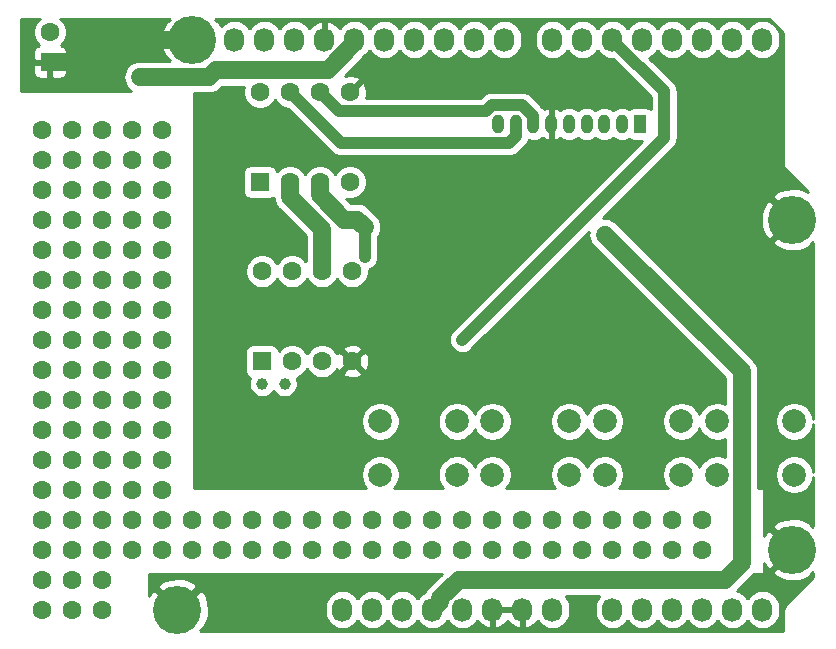
<source format=gbl>
G04 #@! TF.GenerationSoftware,KiCad,Pcbnew,(5.1.12)-1*
G04 #@! TF.CreationDate,2021-12-10T10:06:53+09:00*
G04 #@! TF.ProjectId,kicad_arduino_LCD,6b696361-645f-4617-9264-75696e6f5f4c,rev?*
G04 #@! TF.SameCoordinates,PX7339f30PY4576b0c*
G04 #@! TF.FileFunction,Copper,L2,Bot*
G04 #@! TF.FilePolarity,Positive*
%FSLAX45Y45*%
G04 Gerber Fmt 4.5, Leading zero omitted, Abs format (unit mm)*
G04 Created by KiCad (PCBNEW (5.1.12)-1) date 2021-12-10 10:06:53*
%MOMM*%
%LPD*%
G01*
G04 APERTURE LIST*
G04 #@! TA.AperFunction,ComponentPad*
%ADD10O,1.727200X2.032000*%
G04 #@! TD*
G04 #@! TA.AperFunction,ComponentPad*
%ADD11O,1.000000X1.600000*%
G04 #@! TD*
G04 #@! TA.AperFunction,ComponentPad*
%ADD12R,1.000000X1.600000*%
G04 #@! TD*
G04 #@! TA.AperFunction,ComponentPad*
%ADD13C,1.600000*%
G04 #@! TD*
G04 #@! TA.AperFunction,ComponentPad*
%ADD14C,2.000000*%
G04 #@! TD*
G04 #@! TA.AperFunction,ComponentPad*
%ADD15C,4.064000*%
G04 #@! TD*
G04 #@! TA.AperFunction,ComponentPad*
%ADD16R,1.600000X1.600000*%
G04 #@! TD*
G04 #@! TA.AperFunction,ComponentPad*
%ADD17C,1.000000*%
G04 #@! TD*
G04 #@! TA.AperFunction,ViaPad*
%ADD18C,0.600000*%
G04 #@! TD*
G04 #@! TA.AperFunction,Conductor*
%ADD19C,1.500000*%
G04 #@! TD*
G04 #@! TA.AperFunction,Conductor*
%ADD20C,1.000000*%
G04 #@! TD*
G04 #@! TA.AperFunction,Conductor*
%ADD21C,0.254000*%
G04 #@! TD*
G04 #@! TA.AperFunction,Conductor*
%ADD22C,0.100000*%
G04 #@! TD*
G04 APERTURE END LIST*
D10*
X4165600Y-254000D03*
X3911600Y-254000D03*
X3657600Y-254000D03*
X3403600Y-254000D03*
X3149600Y-254000D03*
X2895600Y-254000D03*
X2641600Y-254000D03*
X2387600Y-254000D03*
X2133600Y-254000D03*
X1879600Y-254000D03*
D11*
X4111000Y-969000D03*
X4261000Y-969000D03*
X4411000Y-969000D03*
X4561000Y-969000D03*
X4711000Y-969000D03*
X4861000Y-969000D03*
X5011000Y-969000D03*
X5161000Y-969000D03*
D12*
X5311000Y-969000D03*
D13*
X762000Y-4826000D03*
X762000Y-5080000D03*
X508000Y-4826000D03*
X508000Y-5080000D03*
X254000Y-4826000D03*
X254000Y-5080000D03*
X5842000Y-4318000D03*
X5842000Y-4572000D03*
X5588000Y-4318000D03*
X5334000Y-4572000D03*
X5588000Y-4572000D03*
X5334000Y-4318000D03*
X4826000Y-4572000D03*
X4064000Y-4572000D03*
X5080000Y-4572000D03*
X4318000Y-4572000D03*
X4572000Y-4572000D03*
X4826000Y-4318000D03*
X4064000Y-4318000D03*
X5080000Y-4318000D03*
X4318000Y-4318000D03*
X4572000Y-4318000D03*
X3556000Y-4572000D03*
X2794000Y-4572000D03*
X3810000Y-4572000D03*
X3048000Y-4572000D03*
X3302000Y-4572000D03*
X3556000Y-4318000D03*
X2794000Y-4318000D03*
X3810000Y-4318000D03*
X3048000Y-4318000D03*
X3302000Y-4318000D03*
X2286000Y-4572000D03*
X1524000Y-4572000D03*
X2540000Y-4572000D03*
X1778000Y-4572000D03*
X2032000Y-4572000D03*
X2286000Y-4318000D03*
X1524000Y-4318000D03*
X2540000Y-4318000D03*
X1778000Y-4318000D03*
X2032000Y-4318000D03*
X1016000Y-4572000D03*
X254000Y-4572000D03*
X1270000Y-4572000D03*
X508000Y-4572000D03*
X762000Y-4572000D03*
X1016000Y-4318000D03*
X254000Y-4318000D03*
X1270000Y-4318000D03*
X508000Y-4318000D03*
X762000Y-4318000D03*
X1016000Y-4064000D03*
X254000Y-4064000D03*
X1270000Y-4064000D03*
X508000Y-4064000D03*
X762000Y-4064000D03*
X1016000Y-3810000D03*
X254000Y-3810000D03*
X1270000Y-3810000D03*
X508000Y-3810000D03*
X762000Y-3810000D03*
X1016000Y-3556000D03*
X254000Y-3556000D03*
X1270000Y-3556000D03*
X508000Y-3556000D03*
X762000Y-3556000D03*
X1016000Y-3302000D03*
X254000Y-3302000D03*
X1270000Y-3302000D03*
X508000Y-3302000D03*
X762000Y-3302000D03*
X1016000Y-3048000D03*
X254000Y-3048000D03*
X1270000Y-3048000D03*
X508000Y-3048000D03*
X762000Y-3048000D03*
X1016000Y-2794000D03*
X254000Y-2794000D03*
X1270000Y-2794000D03*
X508000Y-2794000D03*
X762000Y-2794000D03*
X1016000Y-2540000D03*
X254000Y-2540000D03*
X1270000Y-2540000D03*
X508000Y-2540000D03*
X762000Y-2540000D03*
X1016000Y-2286000D03*
X254000Y-2286000D03*
X1270000Y-2286000D03*
X508000Y-2286000D03*
X762000Y-2286000D03*
X1016000Y-2032000D03*
X254000Y-2032000D03*
X1270000Y-2032000D03*
X508000Y-2032000D03*
X762000Y-2032000D03*
X1016000Y-1778000D03*
X254000Y-1778000D03*
X1270000Y-1778000D03*
X508000Y-1778000D03*
X762000Y-1778000D03*
X1016000Y-1524000D03*
X254000Y-1524000D03*
X1270000Y-1524000D03*
X508000Y-1524000D03*
X762000Y-1524000D03*
X1016000Y-1270000D03*
X254000Y-1270000D03*
X1270000Y-1270000D03*
X508000Y-1270000D03*
X762000Y-1270000D03*
X1270000Y-1016000D03*
X1016000Y-1016000D03*
X762000Y-1016000D03*
X508000Y-1016000D03*
X254000Y-1016000D03*
D14*
X5969000Y-3487000D03*
X6619000Y-3487000D03*
X5969000Y-3937000D03*
X6619000Y-3937000D03*
D10*
X6350000Y-254000D03*
X6096000Y-254000D03*
X5842000Y-254000D03*
X5588000Y-254000D03*
X5334000Y-254000D03*
X5080000Y-254000D03*
X4826000Y-254000D03*
X4572000Y-254000D03*
D15*
X6604000Y-1778000D03*
X1524000Y-254000D03*
X6604000Y-4572000D03*
X1397000Y-5080000D03*
D10*
X6350000Y-5080000D03*
X6096000Y-5080000D03*
X5842000Y-5080000D03*
X5588000Y-5080000D03*
X5334000Y-5080000D03*
X5080000Y-5080000D03*
X4572000Y-5080000D03*
X4318000Y-5080000D03*
X4064000Y-5080000D03*
X3810000Y-5080000D03*
X3556000Y-5080000D03*
X3302000Y-5080000D03*
X3048000Y-5080000D03*
X2794000Y-5080000D03*
D16*
X317500Y-444500D03*
D13*
X317500Y-190500D03*
D14*
X5664600Y-3937000D03*
X5014600Y-3937000D03*
X5664600Y-3487000D03*
X5014600Y-3487000D03*
X4064600Y-3487000D03*
X4714600Y-3487000D03*
X4064600Y-3937000D03*
X4714600Y-3937000D03*
X3764600Y-3937000D03*
X3114600Y-3937000D03*
X3764600Y-3487000D03*
X3114600Y-3487000D03*
D17*
X2114000Y-3169000D03*
X2304000Y-3169000D03*
D16*
X2114000Y-2978500D03*
D13*
X2876000Y-2216500D03*
X2368000Y-2978500D03*
X2622000Y-2216500D03*
X2622000Y-2978500D03*
X2368000Y-2216500D03*
X2876000Y-2978500D03*
X2114000Y-2216500D03*
D16*
X2095500Y-1460500D03*
D13*
X2857500Y-698500D03*
X2349500Y-1460500D03*
X2603500Y-698500D03*
X2603500Y-1460500D03*
X2349500Y-698500D03*
X2857500Y-1460500D03*
X2095500Y-698500D03*
D18*
X4254500Y-444500D03*
X3556000Y-1778000D03*
X4064000Y-1778000D03*
X4064000Y-2286000D03*
X4572000Y-2286000D03*
X6604000Y-2286000D03*
X6604000Y-2794000D03*
X6096000Y-762000D03*
X3556000Y-1270000D03*
X4064000Y-1270000D03*
X4572000Y-1270000D03*
X4572000Y-1778000D03*
X5080000Y-1270000D03*
X6096000Y-1778000D03*
X6096000Y-2286000D03*
X6096000Y-1270000D03*
X1778000Y-3302000D03*
X1778000Y-3810000D03*
X5842000Y-3048000D03*
X5207000Y-2794000D03*
X2032000Y-5080000D03*
X2286000Y-5080000D03*
X889000Y-571500D03*
X698500Y-571500D03*
X1778000Y-2794000D03*
X1778000Y-2286000D03*
X1778000Y-1270000D03*
X2794000Y-3810000D03*
X2794000Y-3302000D03*
X3556000Y-2286000D03*
X2984500Y-2095500D03*
X5016500Y-1905000D03*
X1079500Y-571500D03*
X3810000Y-2794000D03*
D19*
X547500Y-444500D02*
X317500Y-444500D01*
X738000Y-254000D02*
X547500Y-444500D01*
X1524000Y-254000D02*
X738000Y-254000D01*
X2349500Y-1587500D02*
X2622000Y-1860000D01*
X2622000Y-1860000D02*
X2622000Y-2216500D01*
X2349500Y-1460500D02*
X2349500Y-1587500D01*
D20*
X2984500Y-1841500D02*
X2984500Y-2095500D01*
D19*
X2921000Y-1778000D02*
X2984500Y-1841500D01*
X2807863Y-1778000D02*
X2921000Y-1778000D01*
X2603500Y-1573637D02*
X2807863Y-1778000D01*
X2603500Y-1460500D02*
X2603500Y-1573637D01*
X6174000Y-4684500D02*
X6174000Y-3062500D01*
X6032500Y-4826000D02*
X6174000Y-4684500D01*
X3778135Y-4826000D02*
X6032500Y-4826000D01*
X3618639Y-4985496D02*
X3778135Y-4826000D01*
X6174000Y-3062500D02*
X5016500Y-1905000D01*
X3618639Y-5017361D02*
X3618639Y-4985496D01*
X3556000Y-5080000D02*
X3618639Y-5017361D01*
X1720636Y-513500D02*
X1662636Y-571500D01*
X2667965Y-513500D02*
X1720636Y-513500D01*
X2895600Y-285865D02*
X2667965Y-513500D01*
X2895600Y-254000D02*
X2895600Y-285865D01*
X1662636Y-571500D02*
X1079500Y-571500D01*
D20*
X5519091Y-693091D02*
X5080000Y-254000D01*
X5519091Y-1084909D02*
X5519091Y-693091D01*
X3810000Y-2794000D02*
X5519091Y-1084909D01*
X4204846Y-1129001D02*
X4261000Y-1072847D01*
X2780001Y-1129001D02*
X4204846Y-1129001D01*
X4261000Y-1072847D02*
X4261000Y-969000D01*
X2349500Y-698500D02*
X2780001Y-1129001D01*
X4411000Y-905151D02*
X4411000Y-969000D01*
X4314848Y-808999D02*
X4411000Y-905151D01*
X4057152Y-808999D02*
X4314848Y-808999D01*
X4007651Y-858500D02*
X4057152Y-808999D01*
X2763500Y-858500D02*
X4007651Y-858500D01*
X2603500Y-698500D02*
X2763500Y-858500D01*
D21*
X6527800Y-195761D02*
X6527800Y-1333500D01*
X6528044Y-1335978D01*
X6528767Y-1338360D01*
X6529940Y-1340556D01*
X6531520Y-1342480D01*
X6734133Y-1545094D01*
X6704537Y-1529583D01*
X6654142Y-1514742D01*
X6601819Y-1510018D01*
X6549580Y-1515593D01*
X6499433Y-1531252D01*
X6456931Y-1553970D01*
X6434934Y-1590974D01*
X6604000Y-1760039D01*
X6605414Y-1758625D01*
X6623375Y-1776586D01*
X6621960Y-1778000D01*
X6623375Y-1779414D01*
X6605414Y-1797375D01*
X6604000Y-1795960D01*
X6434934Y-1965026D01*
X6456931Y-2002030D01*
X6503463Y-2026417D01*
X6553858Y-2041258D01*
X6606181Y-2045981D01*
X6658419Y-2040407D01*
X6708567Y-2024748D01*
X6751069Y-2002030D01*
X6773066Y-1965027D01*
X6781800Y-1973761D01*
X6781800Y-3467377D01*
X6776217Y-3439309D01*
X6763892Y-3409554D01*
X6745999Y-3382775D01*
X6723225Y-3360001D01*
X6696446Y-3342108D01*
X6666691Y-3329783D01*
X6635103Y-3323500D01*
X6602897Y-3323500D01*
X6571309Y-3329783D01*
X6541554Y-3342108D01*
X6514775Y-3360001D01*
X6492001Y-3382775D01*
X6474108Y-3409554D01*
X6461783Y-3439309D01*
X6455500Y-3470897D01*
X6455500Y-3503103D01*
X6461783Y-3534691D01*
X6474108Y-3564446D01*
X6492001Y-3591225D01*
X6514775Y-3613999D01*
X6541554Y-3631892D01*
X6571309Y-3644217D01*
X6602897Y-3650500D01*
X6635103Y-3650500D01*
X6666691Y-3644217D01*
X6696446Y-3631892D01*
X6723225Y-3613999D01*
X6745999Y-3591225D01*
X6763892Y-3564446D01*
X6776217Y-3534691D01*
X6781800Y-3506622D01*
X6781800Y-3917377D01*
X6776217Y-3889309D01*
X6763892Y-3859554D01*
X6745999Y-3832775D01*
X6723225Y-3810001D01*
X6696446Y-3792108D01*
X6666691Y-3779783D01*
X6635103Y-3773500D01*
X6602897Y-3773500D01*
X6571309Y-3779783D01*
X6541554Y-3792108D01*
X6514775Y-3810001D01*
X6492001Y-3832775D01*
X6474108Y-3859554D01*
X6461783Y-3889309D01*
X6455500Y-3920897D01*
X6455500Y-3953103D01*
X6461783Y-3984691D01*
X6474108Y-4014446D01*
X6492001Y-4041225D01*
X6514775Y-4063999D01*
X6541554Y-4081892D01*
X6571309Y-4094217D01*
X6602897Y-4100500D01*
X6635103Y-4100500D01*
X6666691Y-4094217D01*
X6696446Y-4081892D01*
X6723225Y-4063999D01*
X6745999Y-4041225D01*
X6763892Y-4014446D01*
X6776217Y-3984691D01*
X6781800Y-3956622D01*
X6781800Y-4376239D01*
X6773066Y-4384973D01*
X6751069Y-4347970D01*
X6704537Y-4323583D01*
X6654142Y-4308742D01*
X6601819Y-4304019D01*
X6549580Y-4309593D01*
X6499433Y-4325252D01*
X6456931Y-4347970D01*
X6434934Y-4384974D01*
X6604000Y-4554040D01*
X6605414Y-4552625D01*
X6623375Y-4570586D01*
X6621960Y-4572000D01*
X6623375Y-4573414D01*
X6605414Y-4591375D01*
X6604000Y-4589961D01*
X6434934Y-4759026D01*
X6456931Y-4796030D01*
X6503463Y-4820417D01*
X6553858Y-4835258D01*
X6606181Y-4839982D01*
X6658419Y-4834407D01*
X6708567Y-4818748D01*
X6751069Y-4796030D01*
X6773066Y-4759027D01*
X6781800Y-4767761D01*
X6781800Y-4801791D01*
X6556262Y-5027329D01*
X6553553Y-5029553D01*
X6551329Y-5032262D01*
X6544680Y-5040364D01*
X6538087Y-5052698D01*
X6534027Y-5066082D01*
X6533762Y-5068778D01*
X6531520Y-5071020D01*
X6529940Y-5072944D01*
X6528767Y-5075140D01*
X6528044Y-5077522D01*
X6527800Y-5080000D01*
X6527800Y-5257800D01*
X1592761Y-5257800D01*
X1584027Y-5249066D01*
X1621030Y-5227069D01*
X1645417Y-5180537D01*
X1660258Y-5130142D01*
X1664981Y-5077819D01*
X1659407Y-5025581D01*
X1643748Y-4975433D01*
X1621030Y-4932931D01*
X1584026Y-4910934D01*
X1414960Y-5080000D01*
X1416375Y-5081414D01*
X1398414Y-5099375D01*
X1397000Y-5097961D01*
X1395586Y-5099375D01*
X1377625Y-5081414D01*
X1379040Y-5080000D01*
X1209974Y-4910934D01*
X1172970Y-4932931D01*
X1155700Y-4965883D01*
X1155700Y-4892974D01*
X1227934Y-4892974D01*
X1397000Y-5062040D01*
X1566066Y-4892974D01*
X1544069Y-4855970D01*
X1497537Y-4831583D01*
X1447142Y-4816742D01*
X1394819Y-4812019D01*
X1342581Y-4817593D01*
X1292433Y-4833252D01*
X1249931Y-4855970D01*
X1227934Y-4892974D01*
X1155700Y-4892974D01*
X1155700Y-4775200D01*
X3633066Y-4775200D01*
X3525515Y-4882751D01*
X3520231Y-4887088D01*
X3502923Y-4908177D01*
X3491677Y-4929217D01*
X3472339Y-4939553D01*
X3449520Y-4958280D01*
X3430793Y-4981100D01*
X3429000Y-4984454D01*
X3427207Y-4981099D01*
X3408480Y-4958280D01*
X3385660Y-4939553D01*
X3359626Y-4925638D01*
X3331378Y-4917068D01*
X3302000Y-4914175D01*
X3272622Y-4917068D01*
X3244374Y-4925638D01*
X3218339Y-4939553D01*
X3195520Y-4958280D01*
X3176793Y-4981100D01*
X3175000Y-4984454D01*
X3173207Y-4981099D01*
X3154480Y-4958280D01*
X3131660Y-4939553D01*
X3105626Y-4925638D01*
X3077378Y-4917068D01*
X3048000Y-4914175D01*
X3018622Y-4917068D01*
X2990374Y-4925638D01*
X2964339Y-4939553D01*
X2941520Y-4958280D01*
X2922793Y-4981100D01*
X2921000Y-4984454D01*
X2919207Y-4981099D01*
X2900480Y-4958280D01*
X2877660Y-4939553D01*
X2851626Y-4925638D01*
X2823378Y-4917068D01*
X2794000Y-4914175D01*
X2764622Y-4917068D01*
X2736374Y-4925638D01*
X2710339Y-4939553D01*
X2687520Y-4958280D01*
X2668793Y-4981100D01*
X2654878Y-5007134D01*
X2646308Y-5035382D01*
X2644140Y-5057398D01*
X2644140Y-5102602D01*
X2646308Y-5124618D01*
X2654878Y-5152866D01*
X2668793Y-5178901D01*
X2687520Y-5201720D01*
X2710340Y-5220447D01*
X2736374Y-5234363D01*
X2764622Y-5242932D01*
X2794000Y-5245825D01*
X2823378Y-5242932D01*
X2851626Y-5234363D01*
X2877661Y-5220447D01*
X2900480Y-5201720D01*
X2919207Y-5178901D01*
X2921000Y-5175546D01*
X2922793Y-5178901D01*
X2941520Y-5201720D01*
X2964339Y-5220447D01*
X2990374Y-5234363D01*
X3018622Y-5242932D01*
X3048000Y-5245825D01*
X3077378Y-5242932D01*
X3105626Y-5234363D01*
X3131661Y-5220447D01*
X3154480Y-5201720D01*
X3173207Y-5178901D01*
X3175000Y-5175546D01*
X3176793Y-5178901D01*
X3195520Y-5201720D01*
X3218339Y-5220447D01*
X3244374Y-5234363D01*
X3272622Y-5242932D01*
X3302000Y-5245825D01*
X3331378Y-5242932D01*
X3359626Y-5234363D01*
X3385661Y-5220447D01*
X3408480Y-5201720D01*
X3427207Y-5178901D01*
X3429000Y-5175546D01*
X3430793Y-5178901D01*
X3449520Y-5201720D01*
X3472339Y-5220447D01*
X3498374Y-5234363D01*
X3526622Y-5242932D01*
X3556000Y-5245825D01*
X3585378Y-5242932D01*
X3613626Y-5234363D01*
X3639661Y-5220447D01*
X3662480Y-5201720D01*
X3681207Y-5178901D01*
X3683000Y-5175546D01*
X3684793Y-5178901D01*
X3703520Y-5201720D01*
X3726339Y-5220447D01*
X3752374Y-5234363D01*
X3780622Y-5242932D01*
X3810000Y-5245825D01*
X3839378Y-5242932D01*
X3867626Y-5234363D01*
X3893661Y-5220447D01*
X3916480Y-5201720D01*
X3935207Y-5178901D01*
X3937342Y-5174905D01*
X3952151Y-5195173D01*
X3973796Y-5215073D01*
X3998908Y-5230369D01*
X4026521Y-5240471D01*
X4028097Y-5240736D01*
X4051300Y-5228622D01*
X4051300Y-5092700D01*
X4076700Y-5092700D01*
X4076700Y-5228622D01*
X4099903Y-5240736D01*
X4101479Y-5240471D01*
X4129092Y-5230369D01*
X4154203Y-5215073D01*
X4175849Y-5195173D01*
X4191000Y-5174437D01*
X4206151Y-5195173D01*
X4227797Y-5215073D01*
X4252908Y-5230369D01*
X4280521Y-5240471D01*
X4282097Y-5240736D01*
X4305300Y-5228622D01*
X4305300Y-5092700D01*
X4076700Y-5092700D01*
X4051300Y-5092700D01*
X4049300Y-5092700D01*
X4049300Y-5067300D01*
X4051300Y-5067300D01*
X4051300Y-5065300D01*
X4076700Y-5065300D01*
X4076700Y-5067300D01*
X4305300Y-5067300D01*
X4305300Y-5065300D01*
X4330700Y-5065300D01*
X4330700Y-5067300D01*
X4332700Y-5067300D01*
X4332700Y-5092700D01*
X4330700Y-5092700D01*
X4330700Y-5228622D01*
X4353903Y-5240736D01*
X4355479Y-5240471D01*
X4383092Y-5230369D01*
X4408204Y-5215073D01*
X4429849Y-5195173D01*
X4444658Y-5174905D01*
X4446793Y-5178901D01*
X4465520Y-5201720D01*
X4488340Y-5220447D01*
X4514374Y-5234363D01*
X4542622Y-5242932D01*
X4572000Y-5245825D01*
X4601378Y-5242932D01*
X4629626Y-5234363D01*
X4655661Y-5220447D01*
X4678480Y-5201720D01*
X4697207Y-5178901D01*
X4711123Y-5152866D01*
X4719692Y-5124618D01*
X4721860Y-5102602D01*
X4721860Y-5057398D01*
X4719692Y-5035382D01*
X4711123Y-5007134D01*
X4697207Y-4981099D01*
X4683584Y-4964500D01*
X4968416Y-4964500D01*
X4954793Y-4981100D01*
X4940878Y-5007134D01*
X4932308Y-5035382D01*
X4930140Y-5057398D01*
X4930140Y-5102602D01*
X4932308Y-5124618D01*
X4940878Y-5152866D01*
X4954793Y-5178901D01*
X4973520Y-5201720D01*
X4996340Y-5220447D01*
X5022374Y-5234363D01*
X5050622Y-5242932D01*
X5080000Y-5245825D01*
X5109378Y-5242932D01*
X5137626Y-5234363D01*
X5163661Y-5220447D01*
X5186480Y-5201720D01*
X5205207Y-5178901D01*
X5207000Y-5175546D01*
X5208793Y-5178901D01*
X5227520Y-5201720D01*
X5250340Y-5220447D01*
X5276374Y-5234363D01*
X5304622Y-5242932D01*
X5334000Y-5245825D01*
X5363378Y-5242932D01*
X5391626Y-5234363D01*
X5417661Y-5220447D01*
X5440480Y-5201720D01*
X5459207Y-5178901D01*
X5461000Y-5175546D01*
X5462793Y-5178901D01*
X5481520Y-5201720D01*
X5504340Y-5220447D01*
X5530374Y-5234363D01*
X5558622Y-5242932D01*
X5588000Y-5245825D01*
X5617378Y-5242932D01*
X5645626Y-5234363D01*
X5671661Y-5220447D01*
X5694480Y-5201720D01*
X5713207Y-5178901D01*
X5715000Y-5175546D01*
X5716793Y-5178901D01*
X5735520Y-5201720D01*
X5758339Y-5220447D01*
X5784374Y-5234363D01*
X5812622Y-5242932D01*
X5842000Y-5245825D01*
X5871378Y-5242932D01*
X5899626Y-5234363D01*
X5925661Y-5220447D01*
X5948480Y-5201720D01*
X5967207Y-5178901D01*
X5969000Y-5175546D01*
X5970793Y-5178901D01*
X5989520Y-5201720D01*
X6012339Y-5220447D01*
X6038374Y-5234363D01*
X6066622Y-5242932D01*
X6096000Y-5245825D01*
X6125378Y-5242932D01*
X6153626Y-5234363D01*
X6179661Y-5220447D01*
X6202480Y-5201720D01*
X6221207Y-5178901D01*
X6223000Y-5175546D01*
X6224793Y-5178901D01*
X6243520Y-5201720D01*
X6266339Y-5220447D01*
X6292374Y-5234363D01*
X6320622Y-5242932D01*
X6350000Y-5245825D01*
X6379378Y-5242932D01*
X6407626Y-5234363D01*
X6433661Y-5220447D01*
X6456480Y-5201720D01*
X6475207Y-5178901D01*
X6489122Y-5152866D01*
X6497692Y-5124618D01*
X6499860Y-5102602D01*
X6499860Y-5057398D01*
X6497692Y-5035382D01*
X6489122Y-5007134D01*
X6475207Y-4981099D01*
X6456480Y-4958280D01*
X6433660Y-4939553D01*
X6407626Y-4925638D01*
X6379378Y-4917068D01*
X6350000Y-4914175D01*
X6320622Y-4917068D01*
X6292374Y-4925638D01*
X6266339Y-4939553D01*
X6243520Y-4958280D01*
X6224793Y-4981100D01*
X6223000Y-4984454D01*
X6221207Y-4981099D01*
X6202480Y-4958280D01*
X6179660Y-4939553D01*
X6153626Y-4925638D01*
X6134629Y-4919875D01*
X6135245Y-4919123D01*
X6267124Y-4787244D01*
X6272408Y-4782908D01*
X6276745Y-4777624D01*
X6276745Y-4777623D01*
X6278734Y-4775200D01*
X6350000Y-4775200D01*
X6352478Y-4774956D01*
X6354860Y-4774233D01*
X6357056Y-4773060D01*
X6358980Y-4771480D01*
X6360560Y-4769556D01*
X6361733Y-4767360D01*
X6362456Y-4764978D01*
X6362700Y-4762500D01*
X6362700Y-4686760D01*
X6379970Y-4719069D01*
X6416974Y-4741066D01*
X6586039Y-4572000D01*
X6416974Y-4402934D01*
X6379970Y-4424931D01*
X6362700Y-4457883D01*
X6362700Y-4064000D01*
X6362456Y-4061522D01*
X6361733Y-4059140D01*
X6360560Y-4056944D01*
X6358980Y-4055020D01*
X6357056Y-4053440D01*
X6354860Y-4052267D01*
X6352478Y-4051544D01*
X6350000Y-4051300D01*
X6312500Y-4051300D01*
X6312500Y-3069303D01*
X6313170Y-3062500D01*
X6312500Y-3055697D01*
X6312500Y-3055696D01*
X6310496Y-3035349D01*
X6302576Y-3009242D01*
X6289716Y-2985181D01*
X6272408Y-2964092D01*
X6267124Y-2959755D01*
X5109623Y-1802255D01*
X5093819Y-1789284D01*
X5076787Y-1780181D01*
X6336018Y-1780181D01*
X6341593Y-1832419D01*
X6357252Y-1882567D01*
X6379970Y-1925069D01*
X6416974Y-1947066D01*
X6586039Y-1778000D01*
X6416974Y-1608934D01*
X6379970Y-1630931D01*
X6355583Y-1677463D01*
X6340742Y-1727858D01*
X6336018Y-1780181D01*
X5076787Y-1780181D01*
X5069758Y-1776424D01*
X5043651Y-1768504D01*
X5016500Y-1765830D01*
X4996737Y-1767776D01*
X5595405Y-1169108D01*
X5599736Y-1165554D01*
X5613919Y-1148271D01*
X5624459Y-1128554D01*
X5630569Y-1108412D01*
X5630949Y-1107159D01*
X5633140Y-1084909D01*
X5632591Y-1079334D01*
X5632591Y-698666D01*
X5633140Y-693091D01*
X5630949Y-670841D01*
X5624459Y-649446D01*
X5613919Y-629729D01*
X5609840Y-624758D01*
X5599736Y-612446D01*
X5595405Y-608892D01*
X5393744Y-407231D01*
X5417661Y-394447D01*
X5440480Y-375720D01*
X5459207Y-352901D01*
X5461000Y-349546D01*
X5462793Y-352901D01*
X5481520Y-375720D01*
X5504340Y-394447D01*
X5530374Y-408362D01*
X5558622Y-416932D01*
X5588000Y-419825D01*
X5617378Y-416932D01*
X5645626Y-408362D01*
X5671661Y-394447D01*
X5694480Y-375720D01*
X5713207Y-352901D01*
X5715000Y-349546D01*
X5716793Y-352901D01*
X5735520Y-375720D01*
X5758339Y-394447D01*
X5784374Y-408362D01*
X5812622Y-416932D01*
X5842000Y-419825D01*
X5871378Y-416932D01*
X5899626Y-408362D01*
X5925661Y-394447D01*
X5948480Y-375720D01*
X5967207Y-352901D01*
X5969000Y-349546D01*
X5970793Y-352901D01*
X5989520Y-375720D01*
X6012339Y-394447D01*
X6038374Y-408362D01*
X6066622Y-416932D01*
X6096000Y-419825D01*
X6125378Y-416932D01*
X6153626Y-408362D01*
X6179661Y-394447D01*
X6202480Y-375720D01*
X6221207Y-352901D01*
X6223000Y-349546D01*
X6224793Y-352901D01*
X6243520Y-375720D01*
X6266339Y-394447D01*
X6292374Y-408362D01*
X6320622Y-416932D01*
X6350000Y-419825D01*
X6379378Y-416932D01*
X6407626Y-408362D01*
X6433661Y-394447D01*
X6456480Y-375720D01*
X6475207Y-352901D01*
X6489122Y-326866D01*
X6497692Y-298618D01*
X6499860Y-276602D01*
X6499860Y-231398D01*
X6497692Y-209382D01*
X6489122Y-181134D01*
X6475207Y-155099D01*
X6456480Y-132280D01*
X6433660Y-113553D01*
X6407626Y-99637D01*
X6379378Y-91068D01*
X6350000Y-88175D01*
X6320622Y-91068D01*
X6292374Y-99637D01*
X6266339Y-113553D01*
X6243520Y-132280D01*
X6224793Y-155100D01*
X6223000Y-158454D01*
X6221207Y-155099D01*
X6202480Y-132280D01*
X6179660Y-113553D01*
X6153626Y-99637D01*
X6125378Y-91068D01*
X6096000Y-88175D01*
X6066622Y-91068D01*
X6038374Y-99637D01*
X6012339Y-113553D01*
X5989520Y-132280D01*
X5970793Y-155100D01*
X5969000Y-158454D01*
X5967207Y-155099D01*
X5948480Y-132280D01*
X5925660Y-113553D01*
X5899626Y-99637D01*
X5871378Y-91068D01*
X5842000Y-88175D01*
X5812622Y-91068D01*
X5784374Y-99637D01*
X5758339Y-113553D01*
X5735520Y-132280D01*
X5716793Y-155100D01*
X5715000Y-158454D01*
X5713207Y-155099D01*
X5694480Y-132280D01*
X5671660Y-113553D01*
X5645626Y-99637D01*
X5617378Y-91068D01*
X5588000Y-88175D01*
X5558622Y-91068D01*
X5530374Y-99637D01*
X5504339Y-113553D01*
X5481520Y-132280D01*
X5462793Y-155100D01*
X5461000Y-158454D01*
X5459207Y-155099D01*
X5440480Y-132280D01*
X5417661Y-113553D01*
X5391626Y-99637D01*
X5363378Y-91068D01*
X5334000Y-88175D01*
X5304622Y-91068D01*
X5276374Y-99637D01*
X5250339Y-113553D01*
X5227520Y-132280D01*
X5208793Y-155100D01*
X5207000Y-158454D01*
X5205207Y-155099D01*
X5186480Y-132280D01*
X5163661Y-113553D01*
X5137626Y-99637D01*
X5109378Y-91068D01*
X5080000Y-88175D01*
X5050622Y-91068D01*
X5022374Y-99637D01*
X4996339Y-113553D01*
X4973520Y-132280D01*
X4954793Y-155100D01*
X4953000Y-158454D01*
X4951207Y-155099D01*
X4932480Y-132280D01*
X4909661Y-113553D01*
X4883626Y-99637D01*
X4855378Y-91068D01*
X4826000Y-88175D01*
X4796622Y-91068D01*
X4768374Y-99637D01*
X4742339Y-113553D01*
X4719520Y-132280D01*
X4700793Y-155100D01*
X4699000Y-158454D01*
X4697207Y-155099D01*
X4678480Y-132280D01*
X4655661Y-113553D01*
X4629626Y-99637D01*
X4601378Y-91068D01*
X4572000Y-88175D01*
X4542622Y-91068D01*
X4514374Y-99637D01*
X4488339Y-113553D01*
X4465520Y-132280D01*
X4446793Y-155100D01*
X4432878Y-181134D01*
X4424308Y-209382D01*
X4422140Y-231398D01*
X4422140Y-276602D01*
X4424308Y-298618D01*
X4432878Y-326866D01*
X4446793Y-352901D01*
X4465520Y-375720D01*
X4488340Y-394447D01*
X4514374Y-408362D01*
X4542622Y-416932D01*
X4572000Y-419825D01*
X4601378Y-416932D01*
X4629626Y-408362D01*
X4655661Y-394447D01*
X4678480Y-375720D01*
X4697207Y-352901D01*
X4699000Y-349546D01*
X4700793Y-352901D01*
X4719520Y-375720D01*
X4742340Y-394447D01*
X4768374Y-408362D01*
X4796622Y-416932D01*
X4826000Y-419825D01*
X4855378Y-416932D01*
X4883626Y-408362D01*
X4909661Y-394447D01*
X4932480Y-375720D01*
X4951207Y-352901D01*
X4953000Y-349546D01*
X4954793Y-352901D01*
X4973520Y-375720D01*
X4996340Y-394447D01*
X5022374Y-408362D01*
X5050622Y-416932D01*
X5080000Y-419825D01*
X5084836Y-419349D01*
X5405591Y-740104D01*
X5405591Y-843449D01*
X5396449Y-835946D01*
X5385418Y-830050D01*
X5373448Y-826419D01*
X5361000Y-825193D01*
X5261000Y-825193D01*
X5248552Y-826419D01*
X5236582Y-830050D01*
X5225551Y-835946D01*
X5219012Y-841312D01*
X5204645Y-833632D01*
X5183250Y-827142D01*
X5161000Y-824951D01*
X5138750Y-827142D01*
X5117355Y-833632D01*
X5097638Y-844172D01*
X5086000Y-853722D01*
X5074362Y-844172D01*
X5054645Y-833632D01*
X5033250Y-827142D01*
X5011000Y-824951D01*
X4988750Y-827142D01*
X4967355Y-833632D01*
X4947638Y-844172D01*
X4936000Y-853722D01*
X4924362Y-844172D01*
X4904645Y-833632D01*
X4883250Y-827142D01*
X4861000Y-824951D01*
X4838750Y-827142D01*
X4817355Y-833632D01*
X4797638Y-844172D01*
X4786000Y-853722D01*
X4774362Y-844172D01*
X4754645Y-833632D01*
X4733250Y-827142D01*
X4711000Y-824951D01*
X4688750Y-827142D01*
X4667355Y-833632D01*
X4647638Y-844172D01*
X4636186Y-853570D01*
X4632276Y-849763D01*
X4613498Y-837572D01*
X4591187Y-829588D01*
X4573700Y-842205D01*
X4573700Y-956300D01*
X4575700Y-956300D01*
X4575700Y-981700D01*
X4573700Y-981700D01*
X4573700Y-1095795D01*
X4591187Y-1108412D01*
X4613498Y-1100428D01*
X4632276Y-1088237D01*
X4636186Y-1084430D01*
X4647638Y-1093828D01*
X4667355Y-1104368D01*
X4688750Y-1110858D01*
X4711000Y-1113049D01*
X4733250Y-1110858D01*
X4754645Y-1104368D01*
X4774362Y-1093828D01*
X4786000Y-1084278D01*
X4797638Y-1093828D01*
X4817355Y-1104368D01*
X4838750Y-1110858D01*
X4861000Y-1113049D01*
X4883250Y-1110858D01*
X4904645Y-1104368D01*
X4924362Y-1093828D01*
X4936000Y-1084278D01*
X4947638Y-1093828D01*
X4967355Y-1104368D01*
X4988750Y-1110858D01*
X5011000Y-1113049D01*
X5033250Y-1110858D01*
X5054645Y-1104368D01*
X5074362Y-1093828D01*
X5086000Y-1084278D01*
X5097638Y-1093828D01*
X5117355Y-1104368D01*
X5138750Y-1110858D01*
X5161000Y-1113049D01*
X5183250Y-1110858D01*
X5204645Y-1104368D01*
X5219012Y-1096688D01*
X5225551Y-1102054D01*
X5236582Y-1107950D01*
X5248552Y-1111581D01*
X5261000Y-1112807D01*
X5330680Y-1112807D01*
X3725801Y-2717686D01*
X3715172Y-2730638D01*
X3704632Y-2750355D01*
X3698142Y-2771750D01*
X3695951Y-2794000D01*
X3698142Y-2816250D01*
X3704632Y-2837645D01*
X3715172Y-2857362D01*
X3729355Y-2874645D01*
X3746638Y-2888828D01*
X3766355Y-2899368D01*
X3787750Y-2905858D01*
X3810000Y-2908049D01*
X3832250Y-2905858D01*
X3853645Y-2899368D01*
X3873362Y-2888828D01*
X3886314Y-2878199D01*
X4879276Y-1885237D01*
X4877330Y-1905000D01*
X4880004Y-1932151D01*
X4887924Y-1958258D01*
X4900784Y-1982319D01*
X4913755Y-1998123D01*
X6035500Y-3119869D01*
X6035500Y-3337574D01*
X6016691Y-3329783D01*
X5985103Y-3323500D01*
X5952897Y-3323500D01*
X5921309Y-3329783D01*
X5891554Y-3342108D01*
X5864775Y-3360001D01*
X5842001Y-3382775D01*
X5824108Y-3409554D01*
X5816800Y-3427197D01*
X5809492Y-3409554D01*
X5791599Y-3382775D01*
X5768825Y-3360001D01*
X5742046Y-3342108D01*
X5712291Y-3329783D01*
X5680703Y-3323500D01*
X5648497Y-3323500D01*
X5616909Y-3329783D01*
X5587154Y-3342108D01*
X5560375Y-3360001D01*
X5537601Y-3382775D01*
X5519708Y-3409554D01*
X5507383Y-3439309D01*
X5501100Y-3470897D01*
X5501100Y-3503103D01*
X5507383Y-3534691D01*
X5519708Y-3564446D01*
X5537601Y-3591225D01*
X5560375Y-3613999D01*
X5587154Y-3631892D01*
X5616909Y-3644217D01*
X5648497Y-3650500D01*
X5680703Y-3650500D01*
X5712291Y-3644217D01*
X5742046Y-3631892D01*
X5768825Y-3613999D01*
X5791599Y-3591225D01*
X5809492Y-3564446D01*
X5816800Y-3546803D01*
X5824108Y-3564446D01*
X5842001Y-3591225D01*
X5864775Y-3613999D01*
X5891554Y-3631892D01*
X5921309Y-3644217D01*
X5952897Y-3650500D01*
X5985103Y-3650500D01*
X6016691Y-3644217D01*
X6035500Y-3636426D01*
X6035500Y-3787574D01*
X6016691Y-3779783D01*
X5985103Y-3773500D01*
X5952897Y-3773500D01*
X5921309Y-3779783D01*
X5891554Y-3792108D01*
X5864775Y-3810001D01*
X5842001Y-3832775D01*
X5824108Y-3859554D01*
X5816800Y-3877197D01*
X5809492Y-3859554D01*
X5791599Y-3832775D01*
X5768825Y-3810001D01*
X5742046Y-3792108D01*
X5712291Y-3779783D01*
X5680703Y-3773500D01*
X5648497Y-3773500D01*
X5616909Y-3779783D01*
X5587154Y-3792108D01*
X5560375Y-3810001D01*
X5537601Y-3832775D01*
X5519708Y-3859554D01*
X5507383Y-3889309D01*
X5501100Y-3920897D01*
X5501100Y-3953103D01*
X5507383Y-3984691D01*
X5519708Y-4014446D01*
X5537601Y-4041225D01*
X5547676Y-4051300D01*
X5131524Y-4051300D01*
X5141599Y-4041225D01*
X5159492Y-4014446D01*
X5171817Y-3984691D01*
X5178100Y-3953103D01*
X5178100Y-3920897D01*
X5171817Y-3889309D01*
X5159492Y-3859554D01*
X5141599Y-3832775D01*
X5118825Y-3810001D01*
X5092046Y-3792108D01*
X5062291Y-3779783D01*
X5030703Y-3773500D01*
X4998497Y-3773500D01*
X4966909Y-3779783D01*
X4937154Y-3792108D01*
X4910375Y-3810001D01*
X4887601Y-3832775D01*
X4869708Y-3859554D01*
X4864600Y-3871886D01*
X4859492Y-3859554D01*
X4841599Y-3832775D01*
X4818825Y-3810001D01*
X4792046Y-3792108D01*
X4762291Y-3779783D01*
X4730703Y-3773500D01*
X4698497Y-3773500D01*
X4666909Y-3779783D01*
X4637154Y-3792108D01*
X4610375Y-3810001D01*
X4587601Y-3832775D01*
X4569708Y-3859554D01*
X4557383Y-3889309D01*
X4551100Y-3920897D01*
X4551100Y-3953103D01*
X4557383Y-3984691D01*
X4569708Y-4014446D01*
X4587601Y-4041225D01*
X4597676Y-4051300D01*
X4181524Y-4051300D01*
X4191599Y-4041225D01*
X4209492Y-4014446D01*
X4221817Y-3984691D01*
X4228100Y-3953103D01*
X4228100Y-3920897D01*
X4221817Y-3889309D01*
X4209492Y-3859554D01*
X4191599Y-3832775D01*
X4168825Y-3810001D01*
X4142046Y-3792108D01*
X4112291Y-3779783D01*
X4080703Y-3773500D01*
X4048497Y-3773500D01*
X4016909Y-3779783D01*
X3987154Y-3792108D01*
X3960375Y-3810001D01*
X3937601Y-3832775D01*
X3919708Y-3859554D01*
X3914600Y-3871886D01*
X3909492Y-3859554D01*
X3891599Y-3832775D01*
X3868825Y-3810001D01*
X3842046Y-3792108D01*
X3812291Y-3779783D01*
X3780703Y-3773500D01*
X3748497Y-3773500D01*
X3716909Y-3779783D01*
X3687154Y-3792108D01*
X3660375Y-3810001D01*
X3637601Y-3832775D01*
X3619708Y-3859554D01*
X3607383Y-3889309D01*
X3601100Y-3920897D01*
X3601100Y-3953103D01*
X3607383Y-3984691D01*
X3619708Y-4014446D01*
X3637601Y-4041225D01*
X3647676Y-4051300D01*
X3231524Y-4051300D01*
X3241599Y-4041225D01*
X3259492Y-4014446D01*
X3271817Y-3984691D01*
X3278100Y-3953103D01*
X3278100Y-3920897D01*
X3271817Y-3889309D01*
X3259492Y-3859554D01*
X3241599Y-3832775D01*
X3218825Y-3810001D01*
X3192046Y-3792108D01*
X3162291Y-3779783D01*
X3130703Y-3773500D01*
X3098497Y-3773500D01*
X3066909Y-3779783D01*
X3037154Y-3792108D01*
X3010375Y-3810001D01*
X2987601Y-3832775D01*
X2969708Y-3859554D01*
X2957383Y-3889309D01*
X2951100Y-3920897D01*
X2951100Y-3953103D01*
X2957383Y-3984691D01*
X2969708Y-4014446D01*
X2987601Y-4041225D01*
X2997676Y-4051300D01*
X1536700Y-4051300D01*
X1536700Y-3470897D01*
X2951100Y-3470897D01*
X2951100Y-3503103D01*
X2957383Y-3534691D01*
X2969708Y-3564446D01*
X2987601Y-3591225D01*
X3010375Y-3613999D01*
X3037154Y-3631892D01*
X3066909Y-3644217D01*
X3098497Y-3650500D01*
X3130703Y-3650500D01*
X3162291Y-3644217D01*
X3192046Y-3631892D01*
X3218825Y-3613999D01*
X3241599Y-3591225D01*
X3259492Y-3564446D01*
X3271817Y-3534691D01*
X3278100Y-3503103D01*
X3278100Y-3470897D01*
X3601100Y-3470897D01*
X3601100Y-3503103D01*
X3607383Y-3534691D01*
X3619708Y-3564446D01*
X3637601Y-3591225D01*
X3660375Y-3613999D01*
X3687154Y-3631892D01*
X3716909Y-3644217D01*
X3748497Y-3650500D01*
X3780703Y-3650500D01*
X3812291Y-3644217D01*
X3842046Y-3631892D01*
X3868825Y-3613999D01*
X3891599Y-3591225D01*
X3909492Y-3564446D01*
X3914600Y-3552114D01*
X3919708Y-3564446D01*
X3937601Y-3591225D01*
X3960375Y-3613999D01*
X3987154Y-3631892D01*
X4016909Y-3644217D01*
X4048497Y-3650500D01*
X4080703Y-3650500D01*
X4112291Y-3644217D01*
X4142046Y-3631892D01*
X4168825Y-3613999D01*
X4191599Y-3591225D01*
X4209492Y-3564446D01*
X4221817Y-3534691D01*
X4228100Y-3503103D01*
X4228100Y-3470897D01*
X4551100Y-3470897D01*
X4551100Y-3503103D01*
X4557383Y-3534691D01*
X4569708Y-3564446D01*
X4587601Y-3591225D01*
X4610375Y-3613999D01*
X4637154Y-3631892D01*
X4666909Y-3644217D01*
X4698497Y-3650500D01*
X4730703Y-3650500D01*
X4762291Y-3644217D01*
X4792046Y-3631892D01*
X4818825Y-3613999D01*
X4841599Y-3591225D01*
X4859492Y-3564446D01*
X4864600Y-3552114D01*
X4869708Y-3564446D01*
X4887601Y-3591225D01*
X4910375Y-3613999D01*
X4937154Y-3631892D01*
X4966909Y-3644217D01*
X4998497Y-3650500D01*
X5030703Y-3650500D01*
X5062291Y-3644217D01*
X5092046Y-3631892D01*
X5118825Y-3613999D01*
X5141599Y-3591225D01*
X5159492Y-3564446D01*
X5171817Y-3534691D01*
X5178100Y-3503103D01*
X5178100Y-3470897D01*
X5171817Y-3439309D01*
X5159492Y-3409554D01*
X5141599Y-3382775D01*
X5118825Y-3360001D01*
X5092046Y-3342108D01*
X5062291Y-3329783D01*
X5030703Y-3323500D01*
X4998497Y-3323500D01*
X4966909Y-3329783D01*
X4937154Y-3342108D01*
X4910375Y-3360001D01*
X4887601Y-3382775D01*
X4869708Y-3409554D01*
X4864600Y-3421886D01*
X4859492Y-3409554D01*
X4841599Y-3382775D01*
X4818825Y-3360001D01*
X4792046Y-3342108D01*
X4762291Y-3329783D01*
X4730703Y-3323500D01*
X4698497Y-3323500D01*
X4666909Y-3329783D01*
X4637154Y-3342108D01*
X4610375Y-3360001D01*
X4587601Y-3382775D01*
X4569708Y-3409554D01*
X4557383Y-3439309D01*
X4551100Y-3470897D01*
X4228100Y-3470897D01*
X4221817Y-3439309D01*
X4209492Y-3409554D01*
X4191599Y-3382775D01*
X4168825Y-3360001D01*
X4142046Y-3342108D01*
X4112291Y-3329783D01*
X4080703Y-3323500D01*
X4048497Y-3323500D01*
X4016909Y-3329783D01*
X3987154Y-3342108D01*
X3960375Y-3360001D01*
X3937601Y-3382775D01*
X3919708Y-3409554D01*
X3914600Y-3421886D01*
X3909492Y-3409554D01*
X3891599Y-3382775D01*
X3868825Y-3360001D01*
X3842046Y-3342108D01*
X3812291Y-3329783D01*
X3780703Y-3323500D01*
X3748497Y-3323500D01*
X3716909Y-3329783D01*
X3687154Y-3342108D01*
X3660375Y-3360001D01*
X3637601Y-3382775D01*
X3619708Y-3409554D01*
X3607383Y-3439309D01*
X3601100Y-3470897D01*
X3278100Y-3470897D01*
X3271817Y-3439309D01*
X3259492Y-3409554D01*
X3241599Y-3382775D01*
X3218825Y-3360001D01*
X3192046Y-3342108D01*
X3162291Y-3329783D01*
X3130703Y-3323500D01*
X3098497Y-3323500D01*
X3066909Y-3329783D01*
X3037154Y-3342108D01*
X3010375Y-3360001D01*
X2987601Y-3382775D01*
X2969708Y-3409554D01*
X2957383Y-3439309D01*
X2951100Y-3470897D01*
X1536700Y-3470897D01*
X1536700Y-2898500D01*
X1970193Y-2898500D01*
X1970193Y-3058500D01*
X1971419Y-3070948D01*
X1975050Y-3082918D01*
X1980946Y-3093949D01*
X1988881Y-3103618D01*
X1998551Y-3111554D01*
X2009582Y-3117450D01*
X2012175Y-3118237D01*
X2004862Y-3135893D01*
X2000500Y-3157821D01*
X2000500Y-3180179D01*
X2004862Y-3202107D01*
X2013418Y-3222762D01*
X2025839Y-3241352D01*
X2041648Y-3257161D01*
X2060238Y-3269582D01*
X2080893Y-3278138D01*
X2102821Y-3282500D01*
X2125179Y-3282500D01*
X2147107Y-3278138D01*
X2167762Y-3269582D01*
X2186352Y-3257161D01*
X2202161Y-3241352D01*
X2209000Y-3231117D01*
X2215839Y-3241352D01*
X2231648Y-3257161D01*
X2250238Y-3269582D01*
X2270893Y-3278138D01*
X2292821Y-3282500D01*
X2315179Y-3282500D01*
X2337107Y-3278138D01*
X2357762Y-3269582D01*
X2376352Y-3257161D01*
X2392161Y-3241352D01*
X2404582Y-3222762D01*
X2413138Y-3202107D01*
X2417500Y-3180179D01*
X2417500Y-3157821D01*
X2413138Y-3135893D01*
X2405461Y-3117360D01*
X2409857Y-3116485D01*
X2435973Y-3105668D01*
X2459476Y-3089964D01*
X2479464Y-3069976D01*
X2495000Y-3046724D01*
X2510536Y-3069976D01*
X2530524Y-3089964D01*
X2554027Y-3105668D01*
X2580143Y-3116485D01*
X2607867Y-3122000D01*
X2636134Y-3122000D01*
X2663857Y-3116485D01*
X2689973Y-3105668D01*
X2713476Y-3089964D01*
X2725669Y-3077770D01*
X2794690Y-3077770D01*
X2801849Y-3102167D01*
X2827400Y-3114257D01*
X2854818Y-3121130D01*
X2883051Y-3122522D01*
X2911013Y-3118379D01*
X2937629Y-3108860D01*
X2950151Y-3102167D01*
X2957310Y-3077770D01*
X2876000Y-2996460D01*
X2794690Y-3077770D01*
X2725669Y-3077770D01*
X2733464Y-3069976D01*
X2749092Y-3046587D01*
X2752333Y-3052651D01*
X2776730Y-3059810D01*
X2858039Y-2978500D01*
X2893960Y-2978500D01*
X2975270Y-3059810D01*
X2999667Y-3052651D01*
X3011757Y-3027100D01*
X3018630Y-2999682D01*
X3020022Y-2971449D01*
X3015879Y-2943487D01*
X3006360Y-2916871D01*
X2999667Y-2904349D01*
X2975270Y-2897190D01*
X2893960Y-2978500D01*
X2858039Y-2978500D01*
X2776730Y-2897190D01*
X2752333Y-2904349D01*
X2749281Y-2910799D01*
X2749168Y-2910527D01*
X2733464Y-2887024D01*
X2725669Y-2879230D01*
X2794690Y-2879230D01*
X2876000Y-2960539D01*
X2957310Y-2879230D01*
X2950151Y-2854833D01*
X2924600Y-2842743D01*
X2897182Y-2835870D01*
X2868949Y-2834478D01*
X2840987Y-2838621D01*
X2814371Y-2848140D01*
X2801849Y-2854833D01*
X2794690Y-2879230D01*
X2725669Y-2879230D01*
X2713476Y-2867036D01*
X2689973Y-2851332D01*
X2663857Y-2840515D01*
X2636134Y-2835000D01*
X2607867Y-2835000D01*
X2580143Y-2840515D01*
X2554027Y-2851332D01*
X2530524Y-2867036D01*
X2510536Y-2887024D01*
X2495000Y-2910276D01*
X2479464Y-2887024D01*
X2459476Y-2867036D01*
X2435973Y-2851332D01*
X2409857Y-2840515D01*
X2382134Y-2835000D01*
X2353867Y-2835000D01*
X2326143Y-2840515D01*
X2300027Y-2851332D01*
X2276524Y-2867036D01*
X2256664Y-2886896D01*
X2256581Y-2886052D01*
X2252950Y-2874082D01*
X2247054Y-2863051D01*
X2239119Y-2853381D01*
X2229449Y-2845446D01*
X2218418Y-2839550D01*
X2206448Y-2835919D01*
X2194000Y-2834693D01*
X2034000Y-2834693D01*
X2021552Y-2835919D01*
X2009582Y-2839550D01*
X1998551Y-2845446D01*
X1988881Y-2853381D01*
X1980946Y-2863051D01*
X1975050Y-2874082D01*
X1971419Y-2886052D01*
X1970193Y-2898500D01*
X1536700Y-2898500D01*
X1536700Y-1380500D01*
X1951693Y-1380500D01*
X1951693Y-1540500D01*
X1952919Y-1552948D01*
X1956550Y-1564918D01*
X1962446Y-1575949D01*
X1970381Y-1585618D01*
X1980051Y-1593554D01*
X1991082Y-1599450D01*
X2003052Y-1603081D01*
X2015500Y-1604307D01*
X2175500Y-1604307D01*
X2187948Y-1603081D01*
X2199918Y-1599450D01*
X2210927Y-1593565D01*
X2211000Y-1594303D01*
X2211000Y-1594304D01*
X2213004Y-1614651D01*
X2220924Y-1640758D01*
X2232270Y-1661985D01*
X2233784Y-1664819D01*
X2246755Y-1680623D01*
X2246755Y-1680624D01*
X2251092Y-1685908D01*
X2256376Y-1690245D01*
X2483500Y-1917369D01*
X2483500Y-2131065D01*
X2479464Y-2125024D01*
X2459476Y-2105036D01*
X2435973Y-2089332D01*
X2409857Y-2078515D01*
X2382134Y-2073000D01*
X2353867Y-2073000D01*
X2326143Y-2078515D01*
X2300027Y-2089332D01*
X2276524Y-2105036D01*
X2256536Y-2125024D01*
X2241000Y-2148276D01*
X2225464Y-2125024D01*
X2205476Y-2105036D01*
X2181973Y-2089332D01*
X2155857Y-2078515D01*
X2128134Y-2073000D01*
X2099867Y-2073000D01*
X2072143Y-2078515D01*
X2046027Y-2089332D01*
X2022524Y-2105036D01*
X2002536Y-2125024D01*
X1986832Y-2148527D01*
X1976015Y-2174643D01*
X1970500Y-2202367D01*
X1970500Y-2230634D01*
X1976015Y-2258357D01*
X1986832Y-2284473D01*
X2002536Y-2307976D01*
X2022524Y-2327964D01*
X2046027Y-2343668D01*
X2072143Y-2354485D01*
X2099867Y-2360000D01*
X2128134Y-2360000D01*
X2155857Y-2354485D01*
X2181973Y-2343668D01*
X2205476Y-2327964D01*
X2225464Y-2307976D01*
X2241000Y-2284724D01*
X2256536Y-2307976D01*
X2276524Y-2327964D01*
X2300027Y-2343668D01*
X2326143Y-2354485D01*
X2353867Y-2360000D01*
X2382134Y-2360000D01*
X2409857Y-2354485D01*
X2435973Y-2343668D01*
X2459476Y-2327964D01*
X2479464Y-2307976D01*
X2495000Y-2284724D01*
X2510536Y-2307976D01*
X2530524Y-2327964D01*
X2554027Y-2343668D01*
X2580143Y-2354485D01*
X2607867Y-2360000D01*
X2636134Y-2360000D01*
X2663857Y-2354485D01*
X2689973Y-2343668D01*
X2713476Y-2327964D01*
X2733464Y-2307976D01*
X2749000Y-2284724D01*
X2764536Y-2307976D01*
X2784524Y-2327964D01*
X2808027Y-2343668D01*
X2834143Y-2354485D01*
X2861866Y-2360000D01*
X2890133Y-2360000D01*
X2917857Y-2354485D01*
X2943973Y-2343668D01*
X2967476Y-2327964D01*
X2987464Y-2307976D01*
X3003168Y-2284473D01*
X3013985Y-2258357D01*
X3019500Y-2230634D01*
X3019500Y-2203490D01*
X3028145Y-2200868D01*
X3047862Y-2190328D01*
X3065145Y-2176145D01*
X3079328Y-2158862D01*
X3089868Y-2139145D01*
X3096358Y-2117750D01*
X3098000Y-2101075D01*
X3098000Y-1921519D01*
X3100216Y-1918819D01*
X3113076Y-1894758D01*
X3120996Y-1868651D01*
X3123670Y-1841500D01*
X3120996Y-1814349D01*
X3113076Y-1788242D01*
X3100216Y-1764181D01*
X3087245Y-1748377D01*
X3023745Y-1684877D01*
X3019408Y-1679592D01*
X2998319Y-1662284D01*
X2974258Y-1649424D01*
X2948151Y-1641504D01*
X2927804Y-1639500D01*
X2927803Y-1639500D01*
X2921000Y-1638830D01*
X2914197Y-1639500D01*
X2865232Y-1639500D01*
X2826346Y-1600614D01*
X2843366Y-1604000D01*
X2871633Y-1604000D01*
X2899357Y-1598485D01*
X2925473Y-1587668D01*
X2948976Y-1571964D01*
X2968964Y-1551976D01*
X2984668Y-1528473D01*
X2995485Y-1502357D01*
X3001000Y-1474633D01*
X3001000Y-1446366D01*
X2995485Y-1418643D01*
X2984668Y-1392527D01*
X2968964Y-1369024D01*
X2948976Y-1349036D01*
X2925473Y-1333332D01*
X2899357Y-1322515D01*
X2871633Y-1317000D01*
X2843366Y-1317000D01*
X2815643Y-1322515D01*
X2789527Y-1333332D01*
X2766024Y-1349036D01*
X2746036Y-1369024D01*
X2730500Y-1392276D01*
X2714964Y-1369024D01*
X2694976Y-1349036D01*
X2671473Y-1333332D01*
X2645357Y-1322515D01*
X2617634Y-1317000D01*
X2589367Y-1317000D01*
X2561643Y-1322515D01*
X2535527Y-1333332D01*
X2512024Y-1349036D01*
X2492036Y-1369024D01*
X2476500Y-1392276D01*
X2460964Y-1369024D01*
X2440976Y-1349036D01*
X2417473Y-1333332D01*
X2391357Y-1322515D01*
X2363634Y-1317000D01*
X2335367Y-1317000D01*
X2307643Y-1322515D01*
X2281527Y-1333332D01*
X2258024Y-1349036D01*
X2238164Y-1368896D01*
X2238081Y-1368052D01*
X2234450Y-1356082D01*
X2228554Y-1345051D01*
X2220619Y-1335382D01*
X2210949Y-1327446D01*
X2199918Y-1321550D01*
X2187948Y-1317919D01*
X2175500Y-1316693D01*
X2015500Y-1316693D01*
X2003052Y-1317919D01*
X1991082Y-1321550D01*
X1980051Y-1327446D01*
X1970381Y-1335382D01*
X1962446Y-1345051D01*
X1956550Y-1356082D01*
X1952919Y-1368052D01*
X1951693Y-1380500D01*
X1536700Y-1380500D01*
X1536700Y-710000D01*
X1655833Y-710000D01*
X1662636Y-710670D01*
X1669439Y-710000D01*
X1669440Y-710000D01*
X1689787Y-707996D01*
X1715894Y-700076D01*
X1739955Y-687216D01*
X1761044Y-669908D01*
X1765382Y-664623D01*
X1778005Y-652000D01*
X1959438Y-652000D01*
X1957515Y-656643D01*
X1952000Y-684367D01*
X1952000Y-712633D01*
X1957515Y-740357D01*
X1968332Y-766473D01*
X1984036Y-789976D01*
X2004024Y-809964D01*
X2027527Y-825668D01*
X2053643Y-836485D01*
X2081366Y-842000D01*
X2109634Y-842000D01*
X2137357Y-836485D01*
X2163473Y-825668D01*
X2186976Y-809964D01*
X2206964Y-789976D01*
X2222500Y-766724D01*
X2238036Y-789976D01*
X2258024Y-809964D01*
X2281527Y-825668D01*
X2307643Y-836485D01*
X2331772Y-841285D01*
X2695802Y-1205316D01*
X2699356Y-1209646D01*
X2703686Y-1213200D01*
X2703687Y-1213200D01*
X2716639Y-1223829D01*
X2736356Y-1234369D01*
X2757751Y-1240859D01*
X2780001Y-1243050D01*
X2785576Y-1242501D01*
X4199271Y-1242501D01*
X4204846Y-1243050D01*
X4210421Y-1242501D01*
X4210421Y-1242501D01*
X4227096Y-1240859D01*
X4248491Y-1234369D01*
X4268208Y-1223829D01*
X4285491Y-1209646D01*
X4289046Y-1205315D01*
X4337314Y-1157047D01*
X4341645Y-1153492D01*
X4355828Y-1136209D01*
X4366368Y-1116492D01*
X4369819Y-1105115D01*
X4388750Y-1110858D01*
X4411000Y-1113049D01*
X4433250Y-1110858D01*
X4454645Y-1104368D01*
X4474362Y-1093828D01*
X4485814Y-1084430D01*
X4489724Y-1088237D01*
X4508502Y-1100428D01*
X4530813Y-1108412D01*
X4548300Y-1095795D01*
X4548300Y-981700D01*
X4546300Y-981700D01*
X4546300Y-956300D01*
X4548300Y-956300D01*
X4548300Y-842205D01*
X4530813Y-829588D01*
X4508502Y-837572D01*
X4504500Y-840170D01*
X4491645Y-824506D01*
X4487314Y-820952D01*
X4399048Y-732685D01*
X4395493Y-728354D01*
X4378210Y-714171D01*
X4358493Y-703631D01*
X4337098Y-697141D01*
X4320423Y-695499D01*
X4320423Y-695499D01*
X4314848Y-694950D01*
X4309273Y-695499D01*
X4062726Y-695499D01*
X4057152Y-694950D01*
X4051578Y-695499D01*
X4051577Y-695499D01*
X4034902Y-697141D01*
X4013507Y-703631D01*
X3993790Y-714171D01*
X3976507Y-728354D01*
X3972952Y-732685D01*
X3960638Y-745000D01*
X2993784Y-745000D01*
X3000130Y-719682D01*
X3001522Y-691449D01*
X2997379Y-663487D01*
X2987860Y-636871D01*
X2981167Y-624349D01*
X2956770Y-617190D01*
X2875460Y-698500D01*
X2876875Y-699914D01*
X2858914Y-717875D01*
X2857500Y-716460D01*
X2856086Y-717875D01*
X2838125Y-699914D01*
X2839539Y-698500D01*
X2838125Y-697086D01*
X2856086Y-679125D01*
X2857500Y-680540D01*
X2938810Y-599230D01*
X2931651Y-574833D01*
X2906100Y-562743D01*
X2878682Y-555870D01*
X2850449Y-554478D01*
X2822487Y-558621D01*
X2816611Y-560723D01*
X2988724Y-388610D01*
X2994008Y-384273D01*
X2998858Y-378363D01*
X3002080Y-375720D01*
X3020807Y-352901D01*
X3022600Y-349546D01*
X3024393Y-352901D01*
X3043120Y-375720D01*
X3065939Y-394447D01*
X3091974Y-408362D01*
X3120222Y-416932D01*
X3149600Y-419825D01*
X3178978Y-416932D01*
X3207226Y-408362D01*
X3233261Y-394447D01*
X3256080Y-375720D01*
X3274807Y-352901D01*
X3276600Y-349546D01*
X3278393Y-352901D01*
X3297120Y-375720D01*
X3319939Y-394447D01*
X3345974Y-408362D01*
X3374222Y-416932D01*
X3403600Y-419825D01*
X3432978Y-416932D01*
X3461226Y-408362D01*
X3487261Y-394447D01*
X3510080Y-375720D01*
X3528807Y-352901D01*
X3530600Y-349546D01*
X3532393Y-352901D01*
X3551120Y-375720D01*
X3573939Y-394447D01*
X3599974Y-408362D01*
X3628222Y-416932D01*
X3657600Y-419825D01*
X3686978Y-416932D01*
X3715226Y-408362D01*
X3741261Y-394447D01*
X3764080Y-375720D01*
X3782807Y-352901D01*
X3784600Y-349546D01*
X3786393Y-352901D01*
X3805120Y-375720D01*
X3827939Y-394447D01*
X3853974Y-408362D01*
X3882222Y-416932D01*
X3911600Y-419825D01*
X3940978Y-416932D01*
X3969226Y-408362D01*
X3995261Y-394447D01*
X4018080Y-375720D01*
X4036807Y-352901D01*
X4038600Y-349546D01*
X4040393Y-352901D01*
X4059120Y-375720D01*
X4081939Y-394447D01*
X4107974Y-408362D01*
X4136222Y-416932D01*
X4165600Y-419825D01*
X4194978Y-416932D01*
X4223226Y-408362D01*
X4249261Y-394447D01*
X4272080Y-375720D01*
X4290807Y-352901D01*
X4304723Y-326866D01*
X4313292Y-298618D01*
X4315460Y-276602D01*
X4315460Y-231398D01*
X4313292Y-209382D01*
X4304723Y-181134D01*
X4290807Y-155099D01*
X4272080Y-132280D01*
X4249261Y-113553D01*
X4223226Y-99637D01*
X4194978Y-91068D01*
X4165600Y-88175D01*
X4136222Y-91068D01*
X4107974Y-99637D01*
X4081939Y-113553D01*
X4059120Y-132280D01*
X4040393Y-155100D01*
X4038600Y-158454D01*
X4036807Y-155099D01*
X4018080Y-132280D01*
X3995260Y-113553D01*
X3969226Y-99637D01*
X3940978Y-91068D01*
X3911600Y-88175D01*
X3882222Y-91068D01*
X3853974Y-99637D01*
X3827939Y-113553D01*
X3805120Y-132280D01*
X3786393Y-155100D01*
X3784600Y-158454D01*
X3782807Y-155099D01*
X3764080Y-132280D01*
X3741260Y-113553D01*
X3715226Y-99637D01*
X3686978Y-91068D01*
X3657600Y-88175D01*
X3628222Y-91068D01*
X3599974Y-99637D01*
X3573939Y-113553D01*
X3551120Y-132280D01*
X3532393Y-155100D01*
X3530600Y-158454D01*
X3528807Y-155099D01*
X3510080Y-132280D01*
X3487260Y-113553D01*
X3461226Y-99637D01*
X3432978Y-91068D01*
X3403600Y-88175D01*
X3374222Y-91068D01*
X3345974Y-99637D01*
X3319939Y-113553D01*
X3297120Y-132280D01*
X3278393Y-155100D01*
X3276600Y-158454D01*
X3274807Y-155099D01*
X3256080Y-132280D01*
X3233260Y-113553D01*
X3207226Y-99637D01*
X3178978Y-91068D01*
X3149600Y-88175D01*
X3120222Y-91068D01*
X3091974Y-99637D01*
X3065939Y-113553D01*
X3043120Y-132280D01*
X3024393Y-155100D01*
X3022600Y-158454D01*
X3020807Y-155099D01*
X3002080Y-132280D01*
X2979260Y-113553D01*
X2953226Y-99637D01*
X2924978Y-91068D01*
X2895600Y-88175D01*
X2866222Y-91068D01*
X2837974Y-99637D01*
X2811939Y-113553D01*
X2789120Y-132280D01*
X2770393Y-155100D01*
X2768258Y-159095D01*
X2753449Y-138827D01*
X2731804Y-118927D01*
X2706692Y-103631D01*
X2679079Y-93529D01*
X2677503Y-93264D01*
X2654300Y-105378D01*
X2654300Y-241300D01*
X2656300Y-241300D01*
X2656300Y-266700D01*
X2654300Y-266700D01*
X2654300Y-268700D01*
X2628900Y-268700D01*
X2628900Y-266700D01*
X2626900Y-266700D01*
X2626900Y-241300D01*
X2628900Y-241300D01*
X2628900Y-105378D01*
X2605697Y-93264D01*
X2604121Y-93529D01*
X2576508Y-103631D01*
X2551397Y-118927D01*
X2529751Y-138827D01*
X2514942Y-159095D01*
X2512807Y-155099D01*
X2494080Y-132280D01*
X2471261Y-113553D01*
X2445226Y-99637D01*
X2416978Y-91068D01*
X2387600Y-88175D01*
X2358222Y-91068D01*
X2329974Y-99637D01*
X2303939Y-113553D01*
X2281120Y-132280D01*
X2262393Y-155100D01*
X2260600Y-158454D01*
X2258807Y-155099D01*
X2240080Y-132280D01*
X2217261Y-113553D01*
X2191226Y-99637D01*
X2162978Y-91068D01*
X2133600Y-88175D01*
X2104222Y-91068D01*
X2075974Y-99637D01*
X2049939Y-113553D01*
X2027120Y-132280D01*
X2008393Y-155100D01*
X2006600Y-158454D01*
X2004807Y-155099D01*
X1986080Y-132280D01*
X1963260Y-113553D01*
X1937226Y-99637D01*
X1908978Y-91068D01*
X1879600Y-88175D01*
X1850222Y-91068D01*
X1821974Y-99637D01*
X1795939Y-113553D01*
X1773120Y-132280D01*
X1766131Y-140796D01*
X1748030Y-106931D01*
X1711027Y-84934D01*
X1719761Y-76200D01*
X6408239Y-76200D01*
X6527800Y-195761D01*
G04 #@! TA.AperFunction,Conductor*
D22*
G36*
X6527800Y-195761D02*
G01*
X6527800Y-1333500D01*
X6528044Y-1335978D01*
X6528767Y-1338360D01*
X6529940Y-1340556D01*
X6531520Y-1342480D01*
X6734133Y-1545094D01*
X6704537Y-1529583D01*
X6654142Y-1514742D01*
X6601819Y-1510018D01*
X6549580Y-1515593D01*
X6499433Y-1531252D01*
X6456931Y-1553970D01*
X6434934Y-1590974D01*
X6604000Y-1760039D01*
X6605414Y-1758625D01*
X6623375Y-1776586D01*
X6621960Y-1778000D01*
X6623375Y-1779414D01*
X6605414Y-1797375D01*
X6604000Y-1795960D01*
X6434934Y-1965026D01*
X6456931Y-2002030D01*
X6503463Y-2026417D01*
X6553858Y-2041258D01*
X6606181Y-2045981D01*
X6658419Y-2040407D01*
X6708567Y-2024748D01*
X6751069Y-2002030D01*
X6773066Y-1965027D01*
X6781800Y-1973761D01*
X6781800Y-3467377D01*
X6776217Y-3439309D01*
X6763892Y-3409554D01*
X6745999Y-3382775D01*
X6723225Y-3360001D01*
X6696446Y-3342108D01*
X6666691Y-3329783D01*
X6635103Y-3323500D01*
X6602897Y-3323500D01*
X6571309Y-3329783D01*
X6541554Y-3342108D01*
X6514775Y-3360001D01*
X6492001Y-3382775D01*
X6474108Y-3409554D01*
X6461783Y-3439309D01*
X6455500Y-3470897D01*
X6455500Y-3503103D01*
X6461783Y-3534691D01*
X6474108Y-3564446D01*
X6492001Y-3591225D01*
X6514775Y-3613999D01*
X6541554Y-3631892D01*
X6571309Y-3644217D01*
X6602897Y-3650500D01*
X6635103Y-3650500D01*
X6666691Y-3644217D01*
X6696446Y-3631892D01*
X6723225Y-3613999D01*
X6745999Y-3591225D01*
X6763892Y-3564446D01*
X6776217Y-3534691D01*
X6781800Y-3506622D01*
X6781800Y-3917377D01*
X6776217Y-3889309D01*
X6763892Y-3859554D01*
X6745999Y-3832775D01*
X6723225Y-3810001D01*
X6696446Y-3792108D01*
X6666691Y-3779783D01*
X6635103Y-3773500D01*
X6602897Y-3773500D01*
X6571309Y-3779783D01*
X6541554Y-3792108D01*
X6514775Y-3810001D01*
X6492001Y-3832775D01*
X6474108Y-3859554D01*
X6461783Y-3889309D01*
X6455500Y-3920897D01*
X6455500Y-3953103D01*
X6461783Y-3984691D01*
X6474108Y-4014446D01*
X6492001Y-4041225D01*
X6514775Y-4063999D01*
X6541554Y-4081892D01*
X6571309Y-4094217D01*
X6602897Y-4100500D01*
X6635103Y-4100500D01*
X6666691Y-4094217D01*
X6696446Y-4081892D01*
X6723225Y-4063999D01*
X6745999Y-4041225D01*
X6763892Y-4014446D01*
X6776217Y-3984691D01*
X6781800Y-3956622D01*
X6781800Y-4376239D01*
X6773066Y-4384973D01*
X6751069Y-4347970D01*
X6704537Y-4323583D01*
X6654142Y-4308742D01*
X6601819Y-4304019D01*
X6549580Y-4309593D01*
X6499433Y-4325252D01*
X6456931Y-4347970D01*
X6434934Y-4384974D01*
X6604000Y-4554040D01*
X6605414Y-4552625D01*
X6623375Y-4570586D01*
X6621960Y-4572000D01*
X6623375Y-4573414D01*
X6605414Y-4591375D01*
X6604000Y-4589961D01*
X6434934Y-4759026D01*
X6456931Y-4796030D01*
X6503463Y-4820417D01*
X6553858Y-4835258D01*
X6606181Y-4839982D01*
X6658419Y-4834407D01*
X6708567Y-4818748D01*
X6751069Y-4796030D01*
X6773066Y-4759027D01*
X6781800Y-4767761D01*
X6781800Y-4801791D01*
X6556262Y-5027329D01*
X6553553Y-5029553D01*
X6551329Y-5032262D01*
X6544680Y-5040364D01*
X6538087Y-5052698D01*
X6534027Y-5066082D01*
X6533762Y-5068778D01*
X6531520Y-5071020D01*
X6529940Y-5072944D01*
X6528767Y-5075140D01*
X6528044Y-5077522D01*
X6527800Y-5080000D01*
X6527800Y-5257800D01*
X1592761Y-5257800D01*
X1584027Y-5249066D01*
X1621030Y-5227069D01*
X1645417Y-5180537D01*
X1660258Y-5130142D01*
X1664981Y-5077819D01*
X1659407Y-5025581D01*
X1643748Y-4975433D01*
X1621030Y-4932931D01*
X1584026Y-4910934D01*
X1414960Y-5080000D01*
X1416375Y-5081414D01*
X1398414Y-5099375D01*
X1397000Y-5097961D01*
X1395586Y-5099375D01*
X1377625Y-5081414D01*
X1379040Y-5080000D01*
X1209974Y-4910934D01*
X1172970Y-4932931D01*
X1155700Y-4965883D01*
X1155700Y-4892974D01*
X1227934Y-4892974D01*
X1397000Y-5062040D01*
X1566066Y-4892974D01*
X1544069Y-4855970D01*
X1497537Y-4831583D01*
X1447142Y-4816742D01*
X1394819Y-4812019D01*
X1342581Y-4817593D01*
X1292433Y-4833252D01*
X1249931Y-4855970D01*
X1227934Y-4892974D01*
X1155700Y-4892974D01*
X1155700Y-4775200D01*
X3633066Y-4775200D01*
X3525515Y-4882751D01*
X3520231Y-4887088D01*
X3502923Y-4908177D01*
X3491677Y-4929217D01*
X3472339Y-4939553D01*
X3449520Y-4958280D01*
X3430793Y-4981100D01*
X3429000Y-4984454D01*
X3427207Y-4981099D01*
X3408480Y-4958280D01*
X3385660Y-4939553D01*
X3359626Y-4925638D01*
X3331378Y-4917068D01*
X3302000Y-4914175D01*
X3272622Y-4917068D01*
X3244374Y-4925638D01*
X3218339Y-4939553D01*
X3195520Y-4958280D01*
X3176793Y-4981100D01*
X3175000Y-4984454D01*
X3173207Y-4981099D01*
X3154480Y-4958280D01*
X3131660Y-4939553D01*
X3105626Y-4925638D01*
X3077378Y-4917068D01*
X3048000Y-4914175D01*
X3018622Y-4917068D01*
X2990374Y-4925638D01*
X2964339Y-4939553D01*
X2941520Y-4958280D01*
X2922793Y-4981100D01*
X2921000Y-4984454D01*
X2919207Y-4981099D01*
X2900480Y-4958280D01*
X2877660Y-4939553D01*
X2851626Y-4925638D01*
X2823378Y-4917068D01*
X2794000Y-4914175D01*
X2764622Y-4917068D01*
X2736374Y-4925638D01*
X2710339Y-4939553D01*
X2687520Y-4958280D01*
X2668793Y-4981100D01*
X2654878Y-5007134D01*
X2646308Y-5035382D01*
X2644140Y-5057398D01*
X2644140Y-5102602D01*
X2646308Y-5124618D01*
X2654878Y-5152866D01*
X2668793Y-5178901D01*
X2687520Y-5201720D01*
X2710340Y-5220447D01*
X2736374Y-5234363D01*
X2764622Y-5242932D01*
X2794000Y-5245825D01*
X2823378Y-5242932D01*
X2851626Y-5234363D01*
X2877661Y-5220447D01*
X2900480Y-5201720D01*
X2919207Y-5178901D01*
X2921000Y-5175546D01*
X2922793Y-5178901D01*
X2941520Y-5201720D01*
X2964339Y-5220447D01*
X2990374Y-5234363D01*
X3018622Y-5242932D01*
X3048000Y-5245825D01*
X3077378Y-5242932D01*
X3105626Y-5234363D01*
X3131661Y-5220447D01*
X3154480Y-5201720D01*
X3173207Y-5178901D01*
X3175000Y-5175546D01*
X3176793Y-5178901D01*
X3195520Y-5201720D01*
X3218339Y-5220447D01*
X3244374Y-5234363D01*
X3272622Y-5242932D01*
X3302000Y-5245825D01*
X3331378Y-5242932D01*
X3359626Y-5234363D01*
X3385661Y-5220447D01*
X3408480Y-5201720D01*
X3427207Y-5178901D01*
X3429000Y-5175546D01*
X3430793Y-5178901D01*
X3449520Y-5201720D01*
X3472339Y-5220447D01*
X3498374Y-5234363D01*
X3526622Y-5242932D01*
X3556000Y-5245825D01*
X3585378Y-5242932D01*
X3613626Y-5234363D01*
X3639661Y-5220447D01*
X3662480Y-5201720D01*
X3681207Y-5178901D01*
X3683000Y-5175546D01*
X3684793Y-5178901D01*
X3703520Y-5201720D01*
X3726339Y-5220447D01*
X3752374Y-5234363D01*
X3780622Y-5242932D01*
X3810000Y-5245825D01*
X3839378Y-5242932D01*
X3867626Y-5234363D01*
X3893661Y-5220447D01*
X3916480Y-5201720D01*
X3935207Y-5178901D01*
X3937342Y-5174905D01*
X3952151Y-5195173D01*
X3973796Y-5215073D01*
X3998908Y-5230369D01*
X4026521Y-5240471D01*
X4028097Y-5240736D01*
X4051300Y-5228622D01*
X4051300Y-5092700D01*
X4076700Y-5092700D01*
X4076700Y-5228622D01*
X4099903Y-5240736D01*
X4101479Y-5240471D01*
X4129092Y-5230369D01*
X4154203Y-5215073D01*
X4175849Y-5195173D01*
X4191000Y-5174437D01*
X4206151Y-5195173D01*
X4227797Y-5215073D01*
X4252908Y-5230369D01*
X4280521Y-5240471D01*
X4282097Y-5240736D01*
X4305300Y-5228622D01*
X4305300Y-5092700D01*
X4076700Y-5092700D01*
X4051300Y-5092700D01*
X4049300Y-5092700D01*
X4049300Y-5067300D01*
X4051300Y-5067300D01*
X4051300Y-5065300D01*
X4076700Y-5065300D01*
X4076700Y-5067300D01*
X4305300Y-5067300D01*
X4305300Y-5065300D01*
X4330700Y-5065300D01*
X4330700Y-5067300D01*
X4332700Y-5067300D01*
X4332700Y-5092700D01*
X4330700Y-5092700D01*
X4330700Y-5228622D01*
X4353903Y-5240736D01*
X4355479Y-5240471D01*
X4383092Y-5230369D01*
X4408204Y-5215073D01*
X4429849Y-5195173D01*
X4444658Y-5174905D01*
X4446793Y-5178901D01*
X4465520Y-5201720D01*
X4488340Y-5220447D01*
X4514374Y-5234363D01*
X4542622Y-5242932D01*
X4572000Y-5245825D01*
X4601378Y-5242932D01*
X4629626Y-5234363D01*
X4655661Y-5220447D01*
X4678480Y-5201720D01*
X4697207Y-5178901D01*
X4711123Y-5152866D01*
X4719692Y-5124618D01*
X4721860Y-5102602D01*
X4721860Y-5057398D01*
X4719692Y-5035382D01*
X4711123Y-5007134D01*
X4697207Y-4981099D01*
X4683584Y-4964500D01*
X4968416Y-4964500D01*
X4954793Y-4981100D01*
X4940878Y-5007134D01*
X4932308Y-5035382D01*
X4930140Y-5057398D01*
X4930140Y-5102602D01*
X4932308Y-5124618D01*
X4940878Y-5152866D01*
X4954793Y-5178901D01*
X4973520Y-5201720D01*
X4996340Y-5220447D01*
X5022374Y-5234363D01*
X5050622Y-5242932D01*
X5080000Y-5245825D01*
X5109378Y-5242932D01*
X5137626Y-5234363D01*
X5163661Y-5220447D01*
X5186480Y-5201720D01*
X5205207Y-5178901D01*
X5207000Y-5175546D01*
X5208793Y-5178901D01*
X5227520Y-5201720D01*
X5250340Y-5220447D01*
X5276374Y-5234363D01*
X5304622Y-5242932D01*
X5334000Y-5245825D01*
X5363378Y-5242932D01*
X5391626Y-5234363D01*
X5417661Y-5220447D01*
X5440480Y-5201720D01*
X5459207Y-5178901D01*
X5461000Y-5175546D01*
X5462793Y-5178901D01*
X5481520Y-5201720D01*
X5504340Y-5220447D01*
X5530374Y-5234363D01*
X5558622Y-5242932D01*
X5588000Y-5245825D01*
X5617378Y-5242932D01*
X5645626Y-5234363D01*
X5671661Y-5220447D01*
X5694480Y-5201720D01*
X5713207Y-5178901D01*
X5715000Y-5175546D01*
X5716793Y-5178901D01*
X5735520Y-5201720D01*
X5758339Y-5220447D01*
X5784374Y-5234363D01*
X5812622Y-5242932D01*
X5842000Y-5245825D01*
X5871378Y-5242932D01*
X5899626Y-5234363D01*
X5925661Y-5220447D01*
X5948480Y-5201720D01*
X5967207Y-5178901D01*
X5969000Y-5175546D01*
X5970793Y-5178901D01*
X5989520Y-5201720D01*
X6012339Y-5220447D01*
X6038374Y-5234363D01*
X6066622Y-5242932D01*
X6096000Y-5245825D01*
X6125378Y-5242932D01*
X6153626Y-5234363D01*
X6179661Y-5220447D01*
X6202480Y-5201720D01*
X6221207Y-5178901D01*
X6223000Y-5175546D01*
X6224793Y-5178901D01*
X6243520Y-5201720D01*
X6266339Y-5220447D01*
X6292374Y-5234363D01*
X6320622Y-5242932D01*
X6350000Y-5245825D01*
X6379378Y-5242932D01*
X6407626Y-5234363D01*
X6433661Y-5220447D01*
X6456480Y-5201720D01*
X6475207Y-5178901D01*
X6489122Y-5152866D01*
X6497692Y-5124618D01*
X6499860Y-5102602D01*
X6499860Y-5057398D01*
X6497692Y-5035382D01*
X6489122Y-5007134D01*
X6475207Y-4981099D01*
X6456480Y-4958280D01*
X6433660Y-4939553D01*
X6407626Y-4925638D01*
X6379378Y-4917068D01*
X6350000Y-4914175D01*
X6320622Y-4917068D01*
X6292374Y-4925638D01*
X6266339Y-4939553D01*
X6243520Y-4958280D01*
X6224793Y-4981100D01*
X6223000Y-4984454D01*
X6221207Y-4981099D01*
X6202480Y-4958280D01*
X6179660Y-4939553D01*
X6153626Y-4925638D01*
X6134629Y-4919875D01*
X6135245Y-4919123D01*
X6267124Y-4787244D01*
X6272408Y-4782908D01*
X6276745Y-4777624D01*
X6276745Y-4777623D01*
X6278734Y-4775200D01*
X6350000Y-4775200D01*
X6352478Y-4774956D01*
X6354860Y-4774233D01*
X6357056Y-4773060D01*
X6358980Y-4771480D01*
X6360560Y-4769556D01*
X6361733Y-4767360D01*
X6362456Y-4764978D01*
X6362700Y-4762500D01*
X6362700Y-4686760D01*
X6379970Y-4719069D01*
X6416974Y-4741066D01*
X6586039Y-4572000D01*
X6416974Y-4402934D01*
X6379970Y-4424931D01*
X6362700Y-4457883D01*
X6362700Y-4064000D01*
X6362456Y-4061522D01*
X6361733Y-4059140D01*
X6360560Y-4056944D01*
X6358980Y-4055020D01*
X6357056Y-4053440D01*
X6354860Y-4052267D01*
X6352478Y-4051544D01*
X6350000Y-4051300D01*
X6312500Y-4051300D01*
X6312500Y-3069303D01*
X6313170Y-3062500D01*
X6312500Y-3055697D01*
X6312500Y-3055696D01*
X6310496Y-3035349D01*
X6302576Y-3009242D01*
X6289716Y-2985181D01*
X6272408Y-2964092D01*
X6267124Y-2959755D01*
X5109623Y-1802255D01*
X5093819Y-1789284D01*
X5076787Y-1780181D01*
X6336018Y-1780181D01*
X6341593Y-1832419D01*
X6357252Y-1882567D01*
X6379970Y-1925069D01*
X6416974Y-1947066D01*
X6586039Y-1778000D01*
X6416974Y-1608934D01*
X6379970Y-1630931D01*
X6355583Y-1677463D01*
X6340742Y-1727858D01*
X6336018Y-1780181D01*
X5076787Y-1780181D01*
X5069758Y-1776424D01*
X5043651Y-1768504D01*
X5016500Y-1765830D01*
X4996737Y-1767776D01*
X5595405Y-1169108D01*
X5599736Y-1165554D01*
X5613919Y-1148271D01*
X5624459Y-1128554D01*
X5630569Y-1108412D01*
X5630949Y-1107159D01*
X5633140Y-1084909D01*
X5632591Y-1079334D01*
X5632591Y-698666D01*
X5633140Y-693091D01*
X5630949Y-670841D01*
X5624459Y-649446D01*
X5613919Y-629729D01*
X5609840Y-624758D01*
X5599736Y-612446D01*
X5595405Y-608892D01*
X5393744Y-407231D01*
X5417661Y-394447D01*
X5440480Y-375720D01*
X5459207Y-352901D01*
X5461000Y-349546D01*
X5462793Y-352901D01*
X5481520Y-375720D01*
X5504340Y-394447D01*
X5530374Y-408362D01*
X5558622Y-416932D01*
X5588000Y-419825D01*
X5617378Y-416932D01*
X5645626Y-408362D01*
X5671661Y-394447D01*
X5694480Y-375720D01*
X5713207Y-352901D01*
X5715000Y-349546D01*
X5716793Y-352901D01*
X5735520Y-375720D01*
X5758339Y-394447D01*
X5784374Y-408362D01*
X5812622Y-416932D01*
X5842000Y-419825D01*
X5871378Y-416932D01*
X5899626Y-408362D01*
X5925661Y-394447D01*
X5948480Y-375720D01*
X5967207Y-352901D01*
X5969000Y-349546D01*
X5970793Y-352901D01*
X5989520Y-375720D01*
X6012339Y-394447D01*
X6038374Y-408362D01*
X6066622Y-416932D01*
X6096000Y-419825D01*
X6125378Y-416932D01*
X6153626Y-408362D01*
X6179661Y-394447D01*
X6202480Y-375720D01*
X6221207Y-352901D01*
X6223000Y-349546D01*
X6224793Y-352901D01*
X6243520Y-375720D01*
X6266339Y-394447D01*
X6292374Y-408362D01*
X6320622Y-416932D01*
X6350000Y-419825D01*
X6379378Y-416932D01*
X6407626Y-408362D01*
X6433661Y-394447D01*
X6456480Y-375720D01*
X6475207Y-352901D01*
X6489122Y-326866D01*
X6497692Y-298618D01*
X6499860Y-276602D01*
X6499860Y-231398D01*
X6497692Y-209382D01*
X6489122Y-181134D01*
X6475207Y-155099D01*
X6456480Y-132280D01*
X6433660Y-113553D01*
X6407626Y-99637D01*
X6379378Y-91068D01*
X6350000Y-88175D01*
X6320622Y-91068D01*
X6292374Y-99637D01*
X6266339Y-113553D01*
X6243520Y-132280D01*
X6224793Y-155100D01*
X6223000Y-158454D01*
X6221207Y-155099D01*
X6202480Y-132280D01*
X6179660Y-113553D01*
X6153626Y-99637D01*
X6125378Y-91068D01*
X6096000Y-88175D01*
X6066622Y-91068D01*
X6038374Y-99637D01*
X6012339Y-113553D01*
X5989520Y-132280D01*
X5970793Y-155100D01*
X5969000Y-158454D01*
X5967207Y-155099D01*
X5948480Y-132280D01*
X5925660Y-113553D01*
X5899626Y-99637D01*
X5871378Y-91068D01*
X5842000Y-88175D01*
X5812622Y-91068D01*
X5784374Y-99637D01*
X5758339Y-113553D01*
X5735520Y-132280D01*
X5716793Y-155100D01*
X5715000Y-158454D01*
X5713207Y-155099D01*
X5694480Y-132280D01*
X5671660Y-113553D01*
X5645626Y-99637D01*
X5617378Y-91068D01*
X5588000Y-88175D01*
X5558622Y-91068D01*
X5530374Y-99637D01*
X5504339Y-113553D01*
X5481520Y-132280D01*
X5462793Y-155100D01*
X5461000Y-158454D01*
X5459207Y-155099D01*
X5440480Y-132280D01*
X5417661Y-113553D01*
X5391626Y-99637D01*
X5363378Y-91068D01*
X5334000Y-88175D01*
X5304622Y-91068D01*
X5276374Y-99637D01*
X5250339Y-113553D01*
X5227520Y-132280D01*
X5208793Y-155100D01*
X5207000Y-158454D01*
X5205207Y-155099D01*
X5186480Y-132280D01*
X5163661Y-113553D01*
X5137626Y-99637D01*
X5109378Y-91068D01*
X5080000Y-88175D01*
X5050622Y-91068D01*
X5022374Y-99637D01*
X4996339Y-113553D01*
X4973520Y-132280D01*
X4954793Y-155100D01*
X4953000Y-158454D01*
X4951207Y-155099D01*
X4932480Y-132280D01*
X4909661Y-113553D01*
X4883626Y-99637D01*
X4855378Y-91068D01*
X4826000Y-88175D01*
X4796622Y-91068D01*
X4768374Y-99637D01*
X4742339Y-113553D01*
X4719520Y-132280D01*
X4700793Y-155100D01*
X4699000Y-158454D01*
X4697207Y-155099D01*
X4678480Y-132280D01*
X4655661Y-113553D01*
X4629626Y-99637D01*
X4601378Y-91068D01*
X4572000Y-88175D01*
X4542622Y-91068D01*
X4514374Y-99637D01*
X4488339Y-113553D01*
X4465520Y-132280D01*
X4446793Y-155100D01*
X4432878Y-181134D01*
X4424308Y-209382D01*
X4422140Y-231398D01*
X4422140Y-276602D01*
X4424308Y-298618D01*
X4432878Y-326866D01*
X4446793Y-352901D01*
X4465520Y-375720D01*
X4488340Y-394447D01*
X4514374Y-408362D01*
X4542622Y-416932D01*
X4572000Y-419825D01*
X4601378Y-416932D01*
X4629626Y-408362D01*
X4655661Y-394447D01*
X4678480Y-375720D01*
X4697207Y-352901D01*
X4699000Y-349546D01*
X4700793Y-352901D01*
X4719520Y-375720D01*
X4742340Y-394447D01*
X4768374Y-408362D01*
X4796622Y-416932D01*
X4826000Y-419825D01*
X4855378Y-416932D01*
X4883626Y-408362D01*
X4909661Y-394447D01*
X4932480Y-375720D01*
X4951207Y-352901D01*
X4953000Y-349546D01*
X4954793Y-352901D01*
X4973520Y-375720D01*
X4996340Y-394447D01*
X5022374Y-408362D01*
X5050622Y-416932D01*
X5080000Y-419825D01*
X5084836Y-419349D01*
X5405591Y-740104D01*
X5405591Y-843449D01*
X5396449Y-835946D01*
X5385418Y-830050D01*
X5373448Y-826419D01*
X5361000Y-825193D01*
X5261000Y-825193D01*
X5248552Y-826419D01*
X5236582Y-830050D01*
X5225551Y-835946D01*
X5219012Y-841312D01*
X5204645Y-833632D01*
X5183250Y-827142D01*
X5161000Y-824951D01*
X5138750Y-827142D01*
X5117355Y-833632D01*
X5097638Y-844172D01*
X5086000Y-853722D01*
X5074362Y-844172D01*
X5054645Y-833632D01*
X5033250Y-827142D01*
X5011000Y-824951D01*
X4988750Y-827142D01*
X4967355Y-833632D01*
X4947638Y-844172D01*
X4936000Y-853722D01*
X4924362Y-844172D01*
X4904645Y-833632D01*
X4883250Y-827142D01*
X4861000Y-824951D01*
X4838750Y-827142D01*
X4817355Y-833632D01*
X4797638Y-844172D01*
X4786000Y-853722D01*
X4774362Y-844172D01*
X4754645Y-833632D01*
X4733250Y-827142D01*
X4711000Y-824951D01*
X4688750Y-827142D01*
X4667355Y-833632D01*
X4647638Y-844172D01*
X4636186Y-853570D01*
X4632276Y-849763D01*
X4613498Y-837572D01*
X4591187Y-829588D01*
X4573700Y-842205D01*
X4573700Y-956300D01*
X4575700Y-956300D01*
X4575700Y-981700D01*
X4573700Y-981700D01*
X4573700Y-1095795D01*
X4591187Y-1108412D01*
X4613498Y-1100428D01*
X4632276Y-1088237D01*
X4636186Y-1084430D01*
X4647638Y-1093828D01*
X4667355Y-1104368D01*
X4688750Y-1110858D01*
X4711000Y-1113049D01*
X4733250Y-1110858D01*
X4754645Y-1104368D01*
X4774362Y-1093828D01*
X4786000Y-1084278D01*
X4797638Y-1093828D01*
X4817355Y-1104368D01*
X4838750Y-1110858D01*
X4861000Y-1113049D01*
X4883250Y-1110858D01*
X4904645Y-1104368D01*
X4924362Y-1093828D01*
X4936000Y-1084278D01*
X4947638Y-1093828D01*
X4967355Y-1104368D01*
X4988750Y-1110858D01*
X5011000Y-1113049D01*
X5033250Y-1110858D01*
X5054645Y-1104368D01*
X5074362Y-1093828D01*
X5086000Y-1084278D01*
X5097638Y-1093828D01*
X5117355Y-1104368D01*
X5138750Y-1110858D01*
X5161000Y-1113049D01*
X5183250Y-1110858D01*
X5204645Y-1104368D01*
X5219012Y-1096688D01*
X5225551Y-1102054D01*
X5236582Y-1107950D01*
X5248552Y-1111581D01*
X5261000Y-1112807D01*
X5330680Y-1112807D01*
X3725801Y-2717686D01*
X3715172Y-2730638D01*
X3704632Y-2750355D01*
X3698142Y-2771750D01*
X3695951Y-2794000D01*
X3698142Y-2816250D01*
X3704632Y-2837645D01*
X3715172Y-2857362D01*
X3729355Y-2874645D01*
X3746638Y-2888828D01*
X3766355Y-2899368D01*
X3787750Y-2905858D01*
X3810000Y-2908049D01*
X3832250Y-2905858D01*
X3853645Y-2899368D01*
X3873362Y-2888828D01*
X3886314Y-2878199D01*
X4879276Y-1885237D01*
X4877330Y-1905000D01*
X4880004Y-1932151D01*
X4887924Y-1958258D01*
X4900784Y-1982319D01*
X4913755Y-1998123D01*
X6035500Y-3119869D01*
X6035500Y-3337574D01*
X6016691Y-3329783D01*
X5985103Y-3323500D01*
X5952897Y-3323500D01*
X5921309Y-3329783D01*
X5891554Y-3342108D01*
X5864775Y-3360001D01*
X5842001Y-3382775D01*
X5824108Y-3409554D01*
X5816800Y-3427197D01*
X5809492Y-3409554D01*
X5791599Y-3382775D01*
X5768825Y-3360001D01*
X5742046Y-3342108D01*
X5712291Y-3329783D01*
X5680703Y-3323500D01*
X5648497Y-3323500D01*
X5616909Y-3329783D01*
X5587154Y-3342108D01*
X5560375Y-3360001D01*
X5537601Y-3382775D01*
X5519708Y-3409554D01*
X5507383Y-3439309D01*
X5501100Y-3470897D01*
X5501100Y-3503103D01*
X5507383Y-3534691D01*
X5519708Y-3564446D01*
X5537601Y-3591225D01*
X5560375Y-3613999D01*
X5587154Y-3631892D01*
X5616909Y-3644217D01*
X5648497Y-3650500D01*
X5680703Y-3650500D01*
X5712291Y-3644217D01*
X5742046Y-3631892D01*
X5768825Y-3613999D01*
X5791599Y-3591225D01*
X5809492Y-3564446D01*
X5816800Y-3546803D01*
X5824108Y-3564446D01*
X5842001Y-3591225D01*
X5864775Y-3613999D01*
X5891554Y-3631892D01*
X5921309Y-3644217D01*
X5952897Y-3650500D01*
X5985103Y-3650500D01*
X6016691Y-3644217D01*
X6035500Y-3636426D01*
X6035500Y-3787574D01*
X6016691Y-3779783D01*
X5985103Y-3773500D01*
X5952897Y-3773500D01*
X5921309Y-3779783D01*
X5891554Y-3792108D01*
X5864775Y-3810001D01*
X5842001Y-3832775D01*
X5824108Y-3859554D01*
X5816800Y-3877197D01*
X5809492Y-3859554D01*
X5791599Y-3832775D01*
X5768825Y-3810001D01*
X5742046Y-3792108D01*
X5712291Y-3779783D01*
X5680703Y-3773500D01*
X5648497Y-3773500D01*
X5616909Y-3779783D01*
X5587154Y-3792108D01*
X5560375Y-3810001D01*
X5537601Y-3832775D01*
X5519708Y-3859554D01*
X5507383Y-3889309D01*
X5501100Y-3920897D01*
X5501100Y-3953103D01*
X5507383Y-3984691D01*
X5519708Y-4014446D01*
X5537601Y-4041225D01*
X5547676Y-4051300D01*
X5131524Y-4051300D01*
X5141599Y-4041225D01*
X5159492Y-4014446D01*
X5171817Y-3984691D01*
X5178100Y-3953103D01*
X5178100Y-3920897D01*
X5171817Y-3889309D01*
X5159492Y-3859554D01*
X5141599Y-3832775D01*
X5118825Y-3810001D01*
X5092046Y-3792108D01*
X5062291Y-3779783D01*
X5030703Y-3773500D01*
X4998497Y-3773500D01*
X4966909Y-3779783D01*
X4937154Y-3792108D01*
X4910375Y-3810001D01*
X4887601Y-3832775D01*
X4869708Y-3859554D01*
X4864600Y-3871886D01*
X4859492Y-3859554D01*
X4841599Y-3832775D01*
X4818825Y-3810001D01*
X4792046Y-3792108D01*
X4762291Y-3779783D01*
X4730703Y-3773500D01*
X4698497Y-3773500D01*
X4666909Y-3779783D01*
X4637154Y-3792108D01*
X4610375Y-3810001D01*
X4587601Y-3832775D01*
X4569708Y-3859554D01*
X4557383Y-3889309D01*
X4551100Y-3920897D01*
X4551100Y-3953103D01*
X4557383Y-3984691D01*
X4569708Y-4014446D01*
X4587601Y-4041225D01*
X4597676Y-4051300D01*
X4181524Y-4051300D01*
X4191599Y-4041225D01*
X4209492Y-4014446D01*
X4221817Y-3984691D01*
X4228100Y-3953103D01*
X4228100Y-3920897D01*
X4221817Y-3889309D01*
X4209492Y-3859554D01*
X4191599Y-3832775D01*
X4168825Y-3810001D01*
X4142046Y-3792108D01*
X4112291Y-3779783D01*
X4080703Y-3773500D01*
X4048497Y-3773500D01*
X4016909Y-3779783D01*
X3987154Y-3792108D01*
X3960375Y-3810001D01*
X3937601Y-3832775D01*
X3919708Y-3859554D01*
X3914600Y-3871886D01*
X3909492Y-3859554D01*
X3891599Y-3832775D01*
X3868825Y-3810001D01*
X3842046Y-3792108D01*
X3812291Y-3779783D01*
X3780703Y-3773500D01*
X3748497Y-3773500D01*
X3716909Y-3779783D01*
X3687154Y-3792108D01*
X3660375Y-3810001D01*
X3637601Y-3832775D01*
X3619708Y-3859554D01*
X3607383Y-3889309D01*
X3601100Y-3920897D01*
X3601100Y-3953103D01*
X3607383Y-3984691D01*
X3619708Y-4014446D01*
X3637601Y-4041225D01*
X3647676Y-4051300D01*
X3231524Y-4051300D01*
X3241599Y-4041225D01*
X3259492Y-4014446D01*
X3271817Y-3984691D01*
X3278100Y-3953103D01*
X3278100Y-3920897D01*
X3271817Y-3889309D01*
X3259492Y-3859554D01*
X3241599Y-3832775D01*
X3218825Y-3810001D01*
X3192046Y-3792108D01*
X3162291Y-3779783D01*
X3130703Y-3773500D01*
X3098497Y-3773500D01*
X3066909Y-3779783D01*
X3037154Y-3792108D01*
X3010375Y-3810001D01*
X2987601Y-3832775D01*
X2969708Y-3859554D01*
X2957383Y-3889309D01*
X2951100Y-3920897D01*
X2951100Y-3953103D01*
X2957383Y-3984691D01*
X2969708Y-4014446D01*
X2987601Y-4041225D01*
X2997676Y-4051300D01*
X1536700Y-4051300D01*
X1536700Y-3470897D01*
X2951100Y-3470897D01*
X2951100Y-3503103D01*
X2957383Y-3534691D01*
X2969708Y-3564446D01*
X2987601Y-3591225D01*
X3010375Y-3613999D01*
X3037154Y-3631892D01*
X3066909Y-3644217D01*
X3098497Y-3650500D01*
X3130703Y-3650500D01*
X3162291Y-3644217D01*
X3192046Y-3631892D01*
X3218825Y-3613999D01*
X3241599Y-3591225D01*
X3259492Y-3564446D01*
X3271817Y-3534691D01*
X3278100Y-3503103D01*
X3278100Y-3470897D01*
X3601100Y-3470897D01*
X3601100Y-3503103D01*
X3607383Y-3534691D01*
X3619708Y-3564446D01*
X3637601Y-3591225D01*
X3660375Y-3613999D01*
X3687154Y-3631892D01*
X3716909Y-3644217D01*
X3748497Y-3650500D01*
X3780703Y-3650500D01*
X3812291Y-3644217D01*
X3842046Y-3631892D01*
X3868825Y-3613999D01*
X3891599Y-3591225D01*
X3909492Y-3564446D01*
X3914600Y-3552114D01*
X3919708Y-3564446D01*
X3937601Y-3591225D01*
X3960375Y-3613999D01*
X3987154Y-3631892D01*
X4016909Y-3644217D01*
X4048497Y-3650500D01*
X4080703Y-3650500D01*
X4112291Y-3644217D01*
X4142046Y-3631892D01*
X4168825Y-3613999D01*
X4191599Y-3591225D01*
X4209492Y-3564446D01*
X4221817Y-3534691D01*
X4228100Y-3503103D01*
X4228100Y-3470897D01*
X4551100Y-3470897D01*
X4551100Y-3503103D01*
X4557383Y-3534691D01*
X4569708Y-3564446D01*
X4587601Y-3591225D01*
X4610375Y-3613999D01*
X4637154Y-3631892D01*
X4666909Y-3644217D01*
X4698497Y-3650500D01*
X4730703Y-3650500D01*
X4762291Y-3644217D01*
X4792046Y-3631892D01*
X4818825Y-3613999D01*
X4841599Y-3591225D01*
X4859492Y-3564446D01*
X4864600Y-3552114D01*
X4869708Y-3564446D01*
X4887601Y-3591225D01*
X4910375Y-3613999D01*
X4937154Y-3631892D01*
X4966909Y-3644217D01*
X4998497Y-3650500D01*
X5030703Y-3650500D01*
X5062291Y-3644217D01*
X5092046Y-3631892D01*
X5118825Y-3613999D01*
X5141599Y-3591225D01*
X5159492Y-3564446D01*
X5171817Y-3534691D01*
X5178100Y-3503103D01*
X5178100Y-3470897D01*
X5171817Y-3439309D01*
X5159492Y-3409554D01*
X5141599Y-3382775D01*
X5118825Y-3360001D01*
X5092046Y-3342108D01*
X5062291Y-3329783D01*
X5030703Y-3323500D01*
X4998497Y-3323500D01*
X4966909Y-3329783D01*
X4937154Y-3342108D01*
X4910375Y-3360001D01*
X4887601Y-3382775D01*
X4869708Y-3409554D01*
X4864600Y-3421886D01*
X4859492Y-3409554D01*
X4841599Y-3382775D01*
X4818825Y-3360001D01*
X4792046Y-3342108D01*
X4762291Y-3329783D01*
X4730703Y-3323500D01*
X4698497Y-3323500D01*
X4666909Y-3329783D01*
X4637154Y-3342108D01*
X4610375Y-3360001D01*
X4587601Y-3382775D01*
X4569708Y-3409554D01*
X4557383Y-3439309D01*
X4551100Y-3470897D01*
X4228100Y-3470897D01*
X4221817Y-3439309D01*
X4209492Y-3409554D01*
X4191599Y-3382775D01*
X4168825Y-3360001D01*
X4142046Y-3342108D01*
X4112291Y-3329783D01*
X4080703Y-3323500D01*
X4048497Y-3323500D01*
X4016909Y-3329783D01*
X3987154Y-3342108D01*
X3960375Y-3360001D01*
X3937601Y-3382775D01*
X3919708Y-3409554D01*
X3914600Y-3421886D01*
X3909492Y-3409554D01*
X3891599Y-3382775D01*
X3868825Y-3360001D01*
X3842046Y-3342108D01*
X3812291Y-3329783D01*
X3780703Y-3323500D01*
X3748497Y-3323500D01*
X3716909Y-3329783D01*
X3687154Y-3342108D01*
X3660375Y-3360001D01*
X3637601Y-3382775D01*
X3619708Y-3409554D01*
X3607383Y-3439309D01*
X3601100Y-3470897D01*
X3278100Y-3470897D01*
X3271817Y-3439309D01*
X3259492Y-3409554D01*
X3241599Y-3382775D01*
X3218825Y-3360001D01*
X3192046Y-3342108D01*
X3162291Y-3329783D01*
X3130703Y-3323500D01*
X3098497Y-3323500D01*
X3066909Y-3329783D01*
X3037154Y-3342108D01*
X3010375Y-3360001D01*
X2987601Y-3382775D01*
X2969708Y-3409554D01*
X2957383Y-3439309D01*
X2951100Y-3470897D01*
X1536700Y-3470897D01*
X1536700Y-2898500D01*
X1970193Y-2898500D01*
X1970193Y-3058500D01*
X1971419Y-3070948D01*
X1975050Y-3082918D01*
X1980946Y-3093949D01*
X1988881Y-3103618D01*
X1998551Y-3111554D01*
X2009582Y-3117450D01*
X2012175Y-3118237D01*
X2004862Y-3135893D01*
X2000500Y-3157821D01*
X2000500Y-3180179D01*
X2004862Y-3202107D01*
X2013418Y-3222762D01*
X2025839Y-3241352D01*
X2041648Y-3257161D01*
X2060238Y-3269582D01*
X2080893Y-3278138D01*
X2102821Y-3282500D01*
X2125179Y-3282500D01*
X2147107Y-3278138D01*
X2167762Y-3269582D01*
X2186352Y-3257161D01*
X2202161Y-3241352D01*
X2209000Y-3231117D01*
X2215839Y-3241352D01*
X2231648Y-3257161D01*
X2250238Y-3269582D01*
X2270893Y-3278138D01*
X2292821Y-3282500D01*
X2315179Y-3282500D01*
X2337107Y-3278138D01*
X2357762Y-3269582D01*
X2376352Y-3257161D01*
X2392161Y-3241352D01*
X2404582Y-3222762D01*
X2413138Y-3202107D01*
X2417500Y-3180179D01*
X2417500Y-3157821D01*
X2413138Y-3135893D01*
X2405461Y-3117360D01*
X2409857Y-3116485D01*
X2435973Y-3105668D01*
X2459476Y-3089964D01*
X2479464Y-3069976D01*
X2495000Y-3046724D01*
X2510536Y-3069976D01*
X2530524Y-3089964D01*
X2554027Y-3105668D01*
X2580143Y-3116485D01*
X2607867Y-3122000D01*
X2636134Y-3122000D01*
X2663857Y-3116485D01*
X2689973Y-3105668D01*
X2713476Y-3089964D01*
X2725669Y-3077770D01*
X2794690Y-3077770D01*
X2801849Y-3102167D01*
X2827400Y-3114257D01*
X2854818Y-3121130D01*
X2883051Y-3122522D01*
X2911013Y-3118379D01*
X2937629Y-3108860D01*
X2950151Y-3102167D01*
X2957310Y-3077770D01*
X2876000Y-2996460D01*
X2794690Y-3077770D01*
X2725669Y-3077770D01*
X2733464Y-3069976D01*
X2749092Y-3046587D01*
X2752333Y-3052651D01*
X2776730Y-3059810D01*
X2858039Y-2978500D01*
X2893960Y-2978500D01*
X2975270Y-3059810D01*
X2999667Y-3052651D01*
X3011757Y-3027100D01*
X3018630Y-2999682D01*
X3020022Y-2971449D01*
X3015879Y-2943487D01*
X3006360Y-2916871D01*
X2999667Y-2904349D01*
X2975270Y-2897190D01*
X2893960Y-2978500D01*
X2858039Y-2978500D01*
X2776730Y-2897190D01*
X2752333Y-2904349D01*
X2749281Y-2910799D01*
X2749168Y-2910527D01*
X2733464Y-2887024D01*
X2725669Y-2879230D01*
X2794690Y-2879230D01*
X2876000Y-2960539D01*
X2957310Y-2879230D01*
X2950151Y-2854833D01*
X2924600Y-2842743D01*
X2897182Y-2835870D01*
X2868949Y-2834478D01*
X2840987Y-2838621D01*
X2814371Y-2848140D01*
X2801849Y-2854833D01*
X2794690Y-2879230D01*
X2725669Y-2879230D01*
X2713476Y-2867036D01*
X2689973Y-2851332D01*
X2663857Y-2840515D01*
X2636134Y-2835000D01*
X2607867Y-2835000D01*
X2580143Y-2840515D01*
X2554027Y-2851332D01*
X2530524Y-2867036D01*
X2510536Y-2887024D01*
X2495000Y-2910276D01*
X2479464Y-2887024D01*
X2459476Y-2867036D01*
X2435973Y-2851332D01*
X2409857Y-2840515D01*
X2382134Y-2835000D01*
X2353867Y-2835000D01*
X2326143Y-2840515D01*
X2300027Y-2851332D01*
X2276524Y-2867036D01*
X2256664Y-2886896D01*
X2256581Y-2886052D01*
X2252950Y-2874082D01*
X2247054Y-2863051D01*
X2239119Y-2853381D01*
X2229449Y-2845446D01*
X2218418Y-2839550D01*
X2206448Y-2835919D01*
X2194000Y-2834693D01*
X2034000Y-2834693D01*
X2021552Y-2835919D01*
X2009582Y-2839550D01*
X1998551Y-2845446D01*
X1988881Y-2853381D01*
X1980946Y-2863051D01*
X1975050Y-2874082D01*
X1971419Y-2886052D01*
X1970193Y-2898500D01*
X1536700Y-2898500D01*
X1536700Y-1380500D01*
X1951693Y-1380500D01*
X1951693Y-1540500D01*
X1952919Y-1552948D01*
X1956550Y-1564918D01*
X1962446Y-1575949D01*
X1970381Y-1585618D01*
X1980051Y-1593554D01*
X1991082Y-1599450D01*
X2003052Y-1603081D01*
X2015500Y-1604307D01*
X2175500Y-1604307D01*
X2187948Y-1603081D01*
X2199918Y-1599450D01*
X2210927Y-1593565D01*
X2211000Y-1594303D01*
X2211000Y-1594304D01*
X2213004Y-1614651D01*
X2220924Y-1640758D01*
X2232270Y-1661985D01*
X2233784Y-1664819D01*
X2246755Y-1680623D01*
X2246755Y-1680624D01*
X2251092Y-1685908D01*
X2256376Y-1690245D01*
X2483500Y-1917369D01*
X2483500Y-2131065D01*
X2479464Y-2125024D01*
X2459476Y-2105036D01*
X2435973Y-2089332D01*
X2409857Y-2078515D01*
X2382134Y-2073000D01*
X2353867Y-2073000D01*
X2326143Y-2078515D01*
X2300027Y-2089332D01*
X2276524Y-2105036D01*
X2256536Y-2125024D01*
X2241000Y-2148276D01*
X2225464Y-2125024D01*
X2205476Y-2105036D01*
X2181973Y-2089332D01*
X2155857Y-2078515D01*
X2128134Y-2073000D01*
X2099867Y-2073000D01*
X2072143Y-2078515D01*
X2046027Y-2089332D01*
X2022524Y-2105036D01*
X2002536Y-2125024D01*
X1986832Y-2148527D01*
X1976015Y-2174643D01*
X1970500Y-2202367D01*
X1970500Y-2230634D01*
X1976015Y-2258357D01*
X1986832Y-2284473D01*
X2002536Y-2307976D01*
X2022524Y-2327964D01*
X2046027Y-2343668D01*
X2072143Y-2354485D01*
X2099867Y-2360000D01*
X2128134Y-2360000D01*
X2155857Y-2354485D01*
X2181973Y-2343668D01*
X2205476Y-2327964D01*
X2225464Y-2307976D01*
X2241000Y-2284724D01*
X2256536Y-2307976D01*
X2276524Y-2327964D01*
X2300027Y-2343668D01*
X2326143Y-2354485D01*
X2353867Y-2360000D01*
X2382134Y-2360000D01*
X2409857Y-2354485D01*
X2435973Y-2343668D01*
X2459476Y-2327964D01*
X2479464Y-2307976D01*
X2495000Y-2284724D01*
X2510536Y-2307976D01*
X2530524Y-2327964D01*
X2554027Y-2343668D01*
X2580143Y-2354485D01*
X2607867Y-2360000D01*
X2636134Y-2360000D01*
X2663857Y-2354485D01*
X2689973Y-2343668D01*
X2713476Y-2327964D01*
X2733464Y-2307976D01*
X2749000Y-2284724D01*
X2764536Y-2307976D01*
X2784524Y-2327964D01*
X2808027Y-2343668D01*
X2834143Y-2354485D01*
X2861866Y-2360000D01*
X2890133Y-2360000D01*
X2917857Y-2354485D01*
X2943973Y-2343668D01*
X2967476Y-2327964D01*
X2987464Y-2307976D01*
X3003168Y-2284473D01*
X3013985Y-2258357D01*
X3019500Y-2230634D01*
X3019500Y-2203490D01*
X3028145Y-2200868D01*
X3047862Y-2190328D01*
X3065145Y-2176145D01*
X3079328Y-2158862D01*
X3089868Y-2139145D01*
X3096358Y-2117750D01*
X3098000Y-2101075D01*
X3098000Y-1921519D01*
X3100216Y-1918819D01*
X3113076Y-1894758D01*
X3120996Y-1868651D01*
X3123670Y-1841500D01*
X3120996Y-1814349D01*
X3113076Y-1788242D01*
X3100216Y-1764181D01*
X3087245Y-1748377D01*
X3023745Y-1684877D01*
X3019408Y-1679592D01*
X2998319Y-1662284D01*
X2974258Y-1649424D01*
X2948151Y-1641504D01*
X2927804Y-1639500D01*
X2927803Y-1639500D01*
X2921000Y-1638830D01*
X2914197Y-1639500D01*
X2865232Y-1639500D01*
X2826346Y-1600614D01*
X2843366Y-1604000D01*
X2871633Y-1604000D01*
X2899357Y-1598485D01*
X2925473Y-1587668D01*
X2948976Y-1571964D01*
X2968964Y-1551976D01*
X2984668Y-1528473D01*
X2995485Y-1502357D01*
X3001000Y-1474633D01*
X3001000Y-1446366D01*
X2995485Y-1418643D01*
X2984668Y-1392527D01*
X2968964Y-1369024D01*
X2948976Y-1349036D01*
X2925473Y-1333332D01*
X2899357Y-1322515D01*
X2871633Y-1317000D01*
X2843366Y-1317000D01*
X2815643Y-1322515D01*
X2789527Y-1333332D01*
X2766024Y-1349036D01*
X2746036Y-1369024D01*
X2730500Y-1392276D01*
X2714964Y-1369024D01*
X2694976Y-1349036D01*
X2671473Y-1333332D01*
X2645357Y-1322515D01*
X2617634Y-1317000D01*
X2589367Y-1317000D01*
X2561643Y-1322515D01*
X2535527Y-1333332D01*
X2512024Y-1349036D01*
X2492036Y-1369024D01*
X2476500Y-1392276D01*
X2460964Y-1369024D01*
X2440976Y-1349036D01*
X2417473Y-1333332D01*
X2391357Y-1322515D01*
X2363634Y-1317000D01*
X2335367Y-1317000D01*
X2307643Y-1322515D01*
X2281527Y-1333332D01*
X2258024Y-1349036D01*
X2238164Y-1368896D01*
X2238081Y-1368052D01*
X2234450Y-1356082D01*
X2228554Y-1345051D01*
X2220619Y-1335382D01*
X2210949Y-1327446D01*
X2199918Y-1321550D01*
X2187948Y-1317919D01*
X2175500Y-1316693D01*
X2015500Y-1316693D01*
X2003052Y-1317919D01*
X1991082Y-1321550D01*
X1980051Y-1327446D01*
X1970381Y-1335382D01*
X1962446Y-1345051D01*
X1956550Y-1356082D01*
X1952919Y-1368052D01*
X1951693Y-1380500D01*
X1536700Y-1380500D01*
X1536700Y-710000D01*
X1655833Y-710000D01*
X1662636Y-710670D01*
X1669439Y-710000D01*
X1669440Y-710000D01*
X1689787Y-707996D01*
X1715894Y-700076D01*
X1739955Y-687216D01*
X1761044Y-669908D01*
X1765382Y-664623D01*
X1778005Y-652000D01*
X1959438Y-652000D01*
X1957515Y-656643D01*
X1952000Y-684367D01*
X1952000Y-712633D01*
X1957515Y-740357D01*
X1968332Y-766473D01*
X1984036Y-789976D01*
X2004024Y-809964D01*
X2027527Y-825668D01*
X2053643Y-836485D01*
X2081366Y-842000D01*
X2109634Y-842000D01*
X2137357Y-836485D01*
X2163473Y-825668D01*
X2186976Y-809964D01*
X2206964Y-789976D01*
X2222500Y-766724D01*
X2238036Y-789976D01*
X2258024Y-809964D01*
X2281527Y-825668D01*
X2307643Y-836485D01*
X2331772Y-841285D01*
X2695802Y-1205316D01*
X2699356Y-1209646D01*
X2703686Y-1213200D01*
X2703687Y-1213200D01*
X2716639Y-1223829D01*
X2736356Y-1234369D01*
X2757751Y-1240859D01*
X2780001Y-1243050D01*
X2785576Y-1242501D01*
X4199271Y-1242501D01*
X4204846Y-1243050D01*
X4210421Y-1242501D01*
X4210421Y-1242501D01*
X4227096Y-1240859D01*
X4248491Y-1234369D01*
X4268208Y-1223829D01*
X4285491Y-1209646D01*
X4289046Y-1205315D01*
X4337314Y-1157047D01*
X4341645Y-1153492D01*
X4355828Y-1136209D01*
X4366368Y-1116492D01*
X4369819Y-1105115D01*
X4388750Y-1110858D01*
X4411000Y-1113049D01*
X4433250Y-1110858D01*
X4454645Y-1104368D01*
X4474362Y-1093828D01*
X4485814Y-1084430D01*
X4489724Y-1088237D01*
X4508502Y-1100428D01*
X4530813Y-1108412D01*
X4548300Y-1095795D01*
X4548300Y-981700D01*
X4546300Y-981700D01*
X4546300Y-956300D01*
X4548300Y-956300D01*
X4548300Y-842205D01*
X4530813Y-829588D01*
X4508502Y-837572D01*
X4504500Y-840170D01*
X4491645Y-824506D01*
X4487314Y-820952D01*
X4399048Y-732685D01*
X4395493Y-728354D01*
X4378210Y-714171D01*
X4358493Y-703631D01*
X4337098Y-697141D01*
X4320423Y-695499D01*
X4320423Y-695499D01*
X4314848Y-694950D01*
X4309273Y-695499D01*
X4062726Y-695499D01*
X4057152Y-694950D01*
X4051578Y-695499D01*
X4051577Y-695499D01*
X4034902Y-697141D01*
X4013507Y-703631D01*
X3993790Y-714171D01*
X3976507Y-728354D01*
X3972952Y-732685D01*
X3960638Y-745000D01*
X2993784Y-745000D01*
X3000130Y-719682D01*
X3001522Y-691449D01*
X2997379Y-663487D01*
X2987860Y-636871D01*
X2981167Y-624349D01*
X2956770Y-617190D01*
X2875460Y-698500D01*
X2876875Y-699914D01*
X2858914Y-717875D01*
X2857500Y-716460D01*
X2856086Y-717875D01*
X2838125Y-699914D01*
X2839539Y-698500D01*
X2838125Y-697086D01*
X2856086Y-679125D01*
X2857500Y-680540D01*
X2938810Y-599230D01*
X2931651Y-574833D01*
X2906100Y-562743D01*
X2878682Y-555870D01*
X2850449Y-554478D01*
X2822487Y-558621D01*
X2816611Y-560723D01*
X2988724Y-388610D01*
X2994008Y-384273D01*
X2998858Y-378363D01*
X3002080Y-375720D01*
X3020807Y-352901D01*
X3022600Y-349546D01*
X3024393Y-352901D01*
X3043120Y-375720D01*
X3065939Y-394447D01*
X3091974Y-408362D01*
X3120222Y-416932D01*
X3149600Y-419825D01*
X3178978Y-416932D01*
X3207226Y-408362D01*
X3233261Y-394447D01*
X3256080Y-375720D01*
X3274807Y-352901D01*
X3276600Y-349546D01*
X3278393Y-352901D01*
X3297120Y-375720D01*
X3319939Y-394447D01*
X3345974Y-408362D01*
X3374222Y-416932D01*
X3403600Y-419825D01*
X3432978Y-416932D01*
X3461226Y-408362D01*
X3487261Y-394447D01*
X3510080Y-375720D01*
X3528807Y-352901D01*
X3530600Y-349546D01*
X3532393Y-352901D01*
X3551120Y-375720D01*
X3573939Y-394447D01*
X3599974Y-408362D01*
X3628222Y-416932D01*
X3657600Y-419825D01*
X3686978Y-416932D01*
X3715226Y-408362D01*
X3741261Y-394447D01*
X3764080Y-375720D01*
X3782807Y-352901D01*
X3784600Y-349546D01*
X3786393Y-352901D01*
X3805120Y-375720D01*
X3827939Y-394447D01*
X3853974Y-408362D01*
X3882222Y-416932D01*
X3911600Y-419825D01*
X3940978Y-416932D01*
X3969226Y-408362D01*
X3995261Y-394447D01*
X4018080Y-375720D01*
X4036807Y-352901D01*
X4038600Y-349546D01*
X4040393Y-352901D01*
X4059120Y-375720D01*
X4081939Y-394447D01*
X4107974Y-408362D01*
X4136222Y-416932D01*
X4165600Y-419825D01*
X4194978Y-416932D01*
X4223226Y-408362D01*
X4249261Y-394447D01*
X4272080Y-375720D01*
X4290807Y-352901D01*
X4304723Y-326866D01*
X4313292Y-298618D01*
X4315460Y-276602D01*
X4315460Y-231398D01*
X4313292Y-209382D01*
X4304723Y-181134D01*
X4290807Y-155099D01*
X4272080Y-132280D01*
X4249261Y-113553D01*
X4223226Y-99637D01*
X4194978Y-91068D01*
X4165600Y-88175D01*
X4136222Y-91068D01*
X4107974Y-99637D01*
X4081939Y-113553D01*
X4059120Y-132280D01*
X4040393Y-155100D01*
X4038600Y-158454D01*
X4036807Y-155099D01*
X4018080Y-132280D01*
X3995260Y-113553D01*
X3969226Y-99637D01*
X3940978Y-91068D01*
X3911600Y-88175D01*
X3882222Y-91068D01*
X3853974Y-99637D01*
X3827939Y-113553D01*
X3805120Y-132280D01*
X3786393Y-155100D01*
X3784600Y-158454D01*
X3782807Y-155099D01*
X3764080Y-132280D01*
X3741260Y-113553D01*
X3715226Y-99637D01*
X3686978Y-91068D01*
X3657600Y-88175D01*
X3628222Y-91068D01*
X3599974Y-99637D01*
X3573939Y-113553D01*
X3551120Y-132280D01*
X3532393Y-155100D01*
X3530600Y-158454D01*
X3528807Y-155099D01*
X3510080Y-132280D01*
X3487260Y-113553D01*
X3461226Y-99637D01*
X3432978Y-91068D01*
X3403600Y-88175D01*
X3374222Y-91068D01*
X3345974Y-99637D01*
X3319939Y-113553D01*
X3297120Y-132280D01*
X3278393Y-155100D01*
X3276600Y-158454D01*
X3274807Y-155099D01*
X3256080Y-132280D01*
X3233260Y-113553D01*
X3207226Y-99637D01*
X3178978Y-91068D01*
X3149600Y-88175D01*
X3120222Y-91068D01*
X3091974Y-99637D01*
X3065939Y-113553D01*
X3043120Y-132280D01*
X3024393Y-155100D01*
X3022600Y-158454D01*
X3020807Y-155099D01*
X3002080Y-132280D01*
X2979260Y-113553D01*
X2953226Y-99637D01*
X2924978Y-91068D01*
X2895600Y-88175D01*
X2866222Y-91068D01*
X2837974Y-99637D01*
X2811939Y-113553D01*
X2789120Y-132280D01*
X2770393Y-155100D01*
X2768258Y-159095D01*
X2753449Y-138827D01*
X2731804Y-118927D01*
X2706692Y-103631D01*
X2679079Y-93529D01*
X2677503Y-93264D01*
X2654300Y-105378D01*
X2654300Y-241300D01*
X2656300Y-241300D01*
X2656300Y-266700D01*
X2654300Y-266700D01*
X2654300Y-268700D01*
X2628900Y-268700D01*
X2628900Y-266700D01*
X2626900Y-266700D01*
X2626900Y-241300D01*
X2628900Y-241300D01*
X2628900Y-105378D01*
X2605697Y-93264D01*
X2604121Y-93529D01*
X2576508Y-103631D01*
X2551397Y-118927D01*
X2529751Y-138827D01*
X2514942Y-159095D01*
X2512807Y-155099D01*
X2494080Y-132280D01*
X2471261Y-113553D01*
X2445226Y-99637D01*
X2416978Y-91068D01*
X2387600Y-88175D01*
X2358222Y-91068D01*
X2329974Y-99637D01*
X2303939Y-113553D01*
X2281120Y-132280D01*
X2262393Y-155100D01*
X2260600Y-158454D01*
X2258807Y-155099D01*
X2240080Y-132280D01*
X2217261Y-113553D01*
X2191226Y-99637D01*
X2162978Y-91068D01*
X2133600Y-88175D01*
X2104222Y-91068D01*
X2075974Y-99637D01*
X2049939Y-113553D01*
X2027120Y-132280D01*
X2008393Y-155100D01*
X2006600Y-158454D01*
X2004807Y-155099D01*
X1986080Y-132280D01*
X1963260Y-113553D01*
X1937226Y-99637D01*
X1908978Y-91068D01*
X1879600Y-88175D01*
X1850222Y-91068D01*
X1821974Y-99637D01*
X1795939Y-113553D01*
X1773120Y-132280D01*
X1766131Y-140796D01*
X1748030Y-106931D01*
X1711027Y-84934D01*
X1719761Y-76200D01*
X6408239Y-76200D01*
X6527800Y-195761D01*
G37*
G04 #@! TD.AperFunction*
D21*
X226024Y-79036D02*
X206036Y-99024D01*
X190332Y-122527D01*
X179515Y-148643D01*
X174000Y-176366D01*
X174000Y-204633D01*
X179515Y-232357D01*
X190332Y-258473D01*
X206036Y-281976D01*
X225896Y-301836D01*
X225052Y-301919D01*
X213082Y-305550D01*
X202051Y-311446D01*
X192381Y-319382D01*
X184446Y-329051D01*
X178550Y-340082D01*
X174919Y-352052D01*
X173693Y-364500D01*
X174000Y-415925D01*
X189875Y-431800D01*
X304800Y-431800D01*
X304800Y-429800D01*
X330200Y-429800D01*
X330200Y-431800D01*
X445125Y-431800D01*
X461000Y-415925D01*
X461307Y-364500D01*
X460081Y-352052D01*
X456450Y-340082D01*
X450554Y-329051D01*
X442618Y-319382D01*
X432949Y-311446D01*
X421918Y-305550D01*
X409948Y-301919D01*
X409104Y-301836D01*
X428964Y-281976D01*
X444668Y-258473D01*
X455485Y-232357D01*
X461000Y-204633D01*
X461000Y-176366D01*
X455485Y-148643D01*
X444668Y-122527D01*
X428964Y-99024D01*
X408976Y-79036D01*
X404731Y-76200D01*
X1328239Y-76200D01*
X1336973Y-84934D01*
X1299970Y-106931D01*
X1275583Y-153463D01*
X1260742Y-203858D01*
X1256019Y-256181D01*
X1261593Y-308420D01*
X1277252Y-358567D01*
X1299970Y-401069D01*
X1336973Y-423066D01*
X1327039Y-433000D01*
X1072696Y-433000D01*
X1052349Y-435004D01*
X1026242Y-442924D01*
X1002181Y-455784D01*
X981092Y-473092D01*
X963784Y-494181D01*
X950924Y-518242D01*
X943004Y-544349D01*
X940330Y-571500D01*
X943004Y-598651D01*
X950924Y-624758D01*
X963784Y-648819D01*
X981092Y-669908D01*
X1000456Y-685800D01*
X76200Y-685800D01*
X76200Y-524500D01*
X173693Y-524500D01*
X174919Y-536948D01*
X178550Y-548918D01*
X184446Y-559949D01*
X192381Y-569619D01*
X202051Y-577554D01*
X213082Y-583450D01*
X225052Y-587081D01*
X237500Y-588307D01*
X288925Y-588000D01*
X304800Y-572125D01*
X304800Y-457200D01*
X330200Y-457200D01*
X330200Y-572125D01*
X346075Y-588000D01*
X397500Y-588307D01*
X409948Y-587081D01*
X421918Y-583450D01*
X432949Y-577554D01*
X442618Y-569619D01*
X450554Y-559949D01*
X456450Y-548918D01*
X460081Y-536948D01*
X461307Y-524500D01*
X461000Y-473075D01*
X445125Y-457200D01*
X330200Y-457200D01*
X304800Y-457200D01*
X189875Y-457200D01*
X174000Y-473075D01*
X173693Y-524500D01*
X76200Y-524500D01*
X76200Y-76200D01*
X230269Y-76200D01*
X226024Y-79036D01*
G04 #@! TA.AperFunction,Conductor*
D22*
G36*
X226024Y-79036D02*
G01*
X206036Y-99024D01*
X190332Y-122527D01*
X179515Y-148643D01*
X174000Y-176366D01*
X174000Y-204633D01*
X179515Y-232357D01*
X190332Y-258473D01*
X206036Y-281976D01*
X225896Y-301836D01*
X225052Y-301919D01*
X213082Y-305550D01*
X202051Y-311446D01*
X192381Y-319382D01*
X184446Y-329051D01*
X178550Y-340082D01*
X174919Y-352052D01*
X173693Y-364500D01*
X174000Y-415925D01*
X189875Y-431800D01*
X304800Y-431800D01*
X304800Y-429800D01*
X330200Y-429800D01*
X330200Y-431800D01*
X445125Y-431800D01*
X461000Y-415925D01*
X461307Y-364500D01*
X460081Y-352052D01*
X456450Y-340082D01*
X450554Y-329051D01*
X442618Y-319382D01*
X432949Y-311446D01*
X421918Y-305550D01*
X409948Y-301919D01*
X409104Y-301836D01*
X428964Y-281976D01*
X444668Y-258473D01*
X455485Y-232357D01*
X461000Y-204633D01*
X461000Y-176366D01*
X455485Y-148643D01*
X444668Y-122527D01*
X428964Y-99024D01*
X408976Y-79036D01*
X404731Y-76200D01*
X1328239Y-76200D01*
X1336973Y-84934D01*
X1299970Y-106931D01*
X1275583Y-153463D01*
X1260742Y-203858D01*
X1256019Y-256181D01*
X1261593Y-308420D01*
X1277252Y-358567D01*
X1299970Y-401069D01*
X1336973Y-423066D01*
X1327039Y-433000D01*
X1072696Y-433000D01*
X1052349Y-435004D01*
X1026242Y-442924D01*
X1002181Y-455784D01*
X981092Y-473092D01*
X963784Y-494181D01*
X950924Y-518242D01*
X943004Y-544349D01*
X940330Y-571500D01*
X943004Y-598651D01*
X950924Y-624758D01*
X963784Y-648819D01*
X981092Y-669908D01*
X1000456Y-685800D01*
X76200Y-685800D01*
X76200Y-524500D01*
X173693Y-524500D01*
X174919Y-536948D01*
X178550Y-548918D01*
X184446Y-559949D01*
X192381Y-569619D01*
X202051Y-577554D01*
X213082Y-583450D01*
X225052Y-587081D01*
X237500Y-588307D01*
X288925Y-588000D01*
X304800Y-572125D01*
X304800Y-457200D01*
X330200Y-457200D01*
X330200Y-572125D01*
X346075Y-588000D01*
X397500Y-588307D01*
X409948Y-587081D01*
X421918Y-583450D01*
X432949Y-577554D01*
X442618Y-569619D01*
X450554Y-559949D01*
X456450Y-548918D01*
X460081Y-536948D01*
X461307Y-524500D01*
X461000Y-473075D01*
X445125Y-457200D01*
X330200Y-457200D01*
X304800Y-457200D01*
X189875Y-457200D01*
X174000Y-473075D01*
X173693Y-524500D01*
X76200Y-524500D01*
X76200Y-76200D01*
X230269Y-76200D01*
X226024Y-79036D01*
G37*
G04 #@! TD.AperFunction*
D21*
X1543375Y-252586D02*
X1541960Y-254000D01*
X1543375Y-255414D01*
X1525414Y-273375D01*
X1524000Y-271961D01*
X1522586Y-273375D01*
X1504625Y-255414D01*
X1506039Y-254000D01*
X1504625Y-252586D01*
X1522586Y-234625D01*
X1524000Y-236039D01*
X1525414Y-234625D01*
X1543375Y-252586D01*
G04 #@! TA.AperFunction,Conductor*
D22*
G36*
X1543375Y-252586D02*
G01*
X1541960Y-254000D01*
X1543375Y-255414D01*
X1525414Y-273375D01*
X1524000Y-271961D01*
X1522586Y-273375D01*
X1504625Y-255414D01*
X1506039Y-254000D01*
X1504625Y-252586D01*
X1522586Y-234625D01*
X1524000Y-236039D01*
X1525414Y-234625D01*
X1543375Y-252586D01*
G37*
G04 #@! TD.AperFunction*
M02*

</source>
